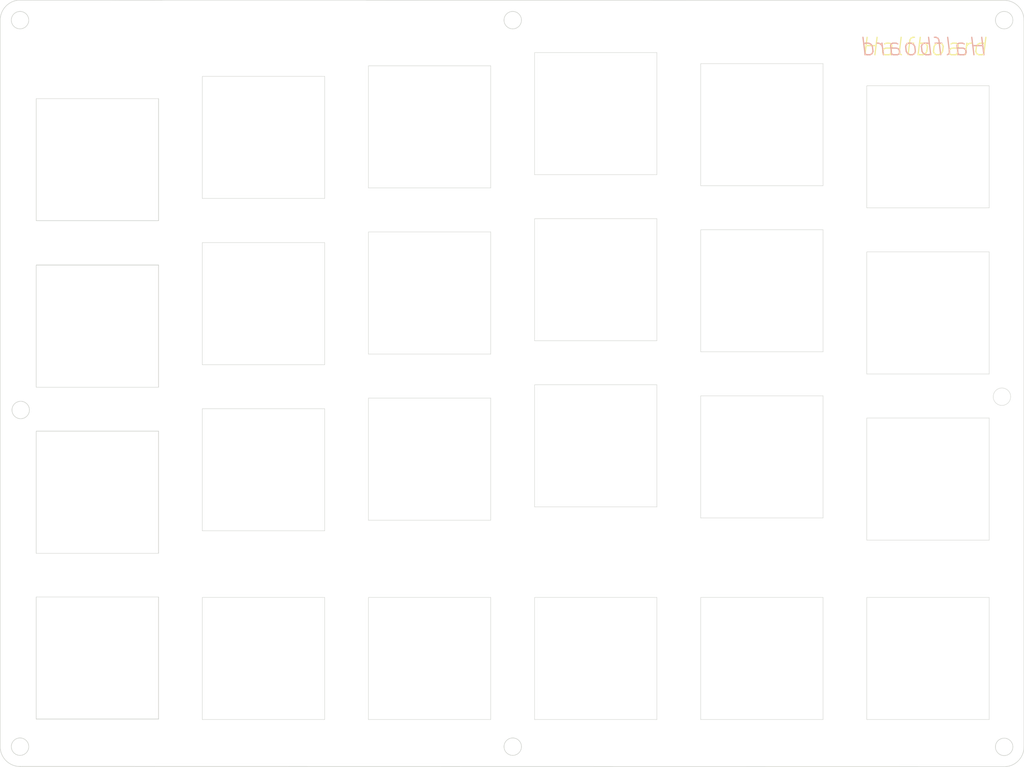
<source format=kicad_pcb>
(kicad_pcb (version 20171130) (host pcbnew 5.1.9)

  (general
    (thickness 1.6)
    (drawings 142)
    (tracks 0)
    (zones 0)
    (modules 24)
    (nets 1)
  )

  (page A4)
  (layers
    (0 F.Cu signal)
    (31 B.Cu signal)
    (32 B.Adhes user)
    (33 F.Adhes user)
    (34 B.Paste user)
    (35 F.Paste user)
    (36 B.SilkS user)
    (37 F.SilkS user)
    (38 B.Mask user)
    (39 F.Mask user)
    (40 Dwgs.User user)
    (41 Cmts.User user)
    (42 Eco1.User user)
    (43 Eco2.User user)
    (44 Edge.Cuts user)
    (45 Margin user)
    (46 B.CrtYd user)
    (47 F.CrtYd user)
    (48 B.Fab user)
    (49 F.Fab user)
  )

  (setup
    (last_trace_width 0.25)
    (trace_clearance 0.2)
    (zone_clearance 0.508)
    (zone_45_only no)
    (trace_min 0.2)
    (via_size 0.8)
    (via_drill 0.4)
    (via_min_size 0.4)
    (via_min_drill 0.3)
    (uvia_size 0.3)
    (uvia_drill 0.1)
    (uvias_allowed no)
    (uvia_min_size 0.2)
    (uvia_min_drill 0.1)
    (edge_width 0.05)
    (segment_width 0.2)
    (pcb_text_width 0.3)
    (pcb_text_size 1.5 1.5)
    (mod_edge_width 0.12)
    (mod_text_size 1 1)
    (mod_text_width 0.15)
    (pad_size 1.6 1.6)
    (pad_drill 1)
    (pad_to_mask_clearance 0)
    (aux_axis_origin 0 0)
    (visible_elements FFFFE7FF)
    (pcbplotparams
      (layerselection 0x3ffff_ffffffff)
      (usegerberextensions false)
      (usegerberattributes false)
      (usegerberadvancedattributes true)
      (creategerberjobfile true)
      (excludeedgelayer true)
      (linewidth 0.100000)
      (plotframeref false)
      (viasonmask false)
      (mode 1)
      (useauxorigin false)
      (hpglpennumber 1)
      (hpglpenspeed 20)
      (hpglpendiameter 15.000000)
      (psnegative false)
      (psa4output false)
      (plotreference true)
      (plotvalue true)
      (plotinvisibletext false)
      (padsonsilk false)
      (subtractmaskfromsilk false)
      (outputformat 1)
      (mirror false)
      (drillshape 0)
      (scaleselection 1)
      (outputdirectory "gbr/"))
  )

  (net 0 "")

  (net_class Default "This is the default net class."
    (clearance 0.2)
    (trace_width 0.25)
    (via_dia 0.8)
    (via_drill 0.4)
    (uvia_dia 0.3)
    (uvia_drill 0.1)
  )

  (module halfboard:MX-ALPs-PG1350-LED-FLIP-PLATE (layer F.Cu) (tedit 60077CF5) (tstamp 60078B26)
    (at 69.8068 70.866 180)
    (fp_text reference " " (at 0 -8.255) (layer F.SilkS)
      (effects (font (size 1 1) (thickness 0.15)))
    )
    (fp_text value " " (at 0 8.255) (layer F.Fab) hide
      (effects (font (size 1 1) (thickness 0.15)))
    )
    (fp_line (start -6.985 -6.985) (end 6.985 -6.985) (layer Eco2.User) (width 0.1524))
    (fp_line (start 6.985 -6.985) (end 6.985 -6.00456) (layer Eco2.User) (width 0.1524))
    (fp_line (start 6.985 -6.00456) (end 7.7978 -6.00456) (layer Eco2.User) (width 0.1524))
    (fp_line (start 7.7978 -6.00456) (end 7.7978 -2.50444) (layer Eco2.User) (width 0.1524))
    (fp_line (start 7.7978 -2.50444) (end 6.985 -2.50444) (layer Eco2.User) (width 0.1524))
    (fp_line (start 6.985 -2.50444) (end 6.985 2.50444) (layer Eco2.User) (width 0.1524))
    (fp_line (start 6.985 2.50444) (end 7.7978 2.50444) (layer Eco2.User) (width 0.1524))
    (fp_line (start 7.7978 2.50444) (end 7.7978 6.00456) (layer Eco2.User) (width 0.1524))
    (fp_line (start 7.7978 6.00456) (end 6.985 6.00456) (layer Eco2.User) (width 0.1524))
    (fp_line (start 6.985 6.00456) (end 6.985 6.985) (layer Eco2.User) (width 0.1524))
    (fp_line (start 6.985 6.985) (end -6.985 6.985) (layer Eco2.User) (width 0.1524))
    (fp_line (start -6.985 6.985) (end -6.985 6.00456) (layer Eco2.User) (width 0.1524))
    (fp_line (start -6.985 6.00456) (end -7.7978 6.00456) (layer Eco2.User) (width 0.1524))
    (fp_line (start -7.7978 6.00456) (end -7.7978 2.50444) (layer Eco2.User) (width 0.1524))
    (fp_line (start -7.7978 2.50444) (end -6.985 2.50444) (layer Eco2.User) (width 0.1524))
    (fp_line (start -6.985 2.50444) (end -6.985 -2.50444) (layer Eco2.User) (width 0.1524))
    (fp_line (start -6.985 -2.50444) (end -7.7978 -2.50444) (layer Eco2.User) (width 0.1524))
    (fp_line (start -7.7978 -2.50444) (end -7.7978 -6.00456) (layer Eco2.User) (width 0.1524))
    (fp_line (start -7.7978 -6.00456) (end -6.985 -6.00456) (layer Eco2.User) (width 0.1524))
    (fp_line (start -6.985 -6.00456) (end -6.985 -6.985) (layer Eco2.User) (width 0.1524))
    (fp_text user %V (at 0 8.255) (layer B.Fab)
      (effects (font (size 1 1) (thickness 0.15)) (justify mirror))
    )
    (fp_text user %R (at 0 -8.255 180) (layer B.SilkS)
      (effects (font (size 1 1) (thickness 0.15)) (justify mirror))
    )
  )

  (module halfboard:MX-ALPs-PG1350-LED-FLIP-PLATE (layer F.Cu) (tedit 60077CF5) (tstamp 60078A9E)
    (at 107.905103 67.08173 180)
    (fp_text reference " " (at 0 -7.14375 180) (layer Dwgs.User) hide
      (effects (font (size 1.27 1.524) (thickness 0.2032)))
    )
    (fp_text value " " (at 0 -5.08 180) (layer F.SilkS) hide
      (effects (font (size 1.27 1.524) (thickness 0.2032)))
    )
    (fp_line (start -6.985 -6.985) (end 6.985 -6.985) (layer Eco2.User) (width 0.1524))
    (fp_line (start 6.985 -6.985) (end 6.985 -6.00456) (layer Eco2.User) (width 0.1524))
    (fp_line (start 6.985 -6.00456) (end 7.7978 -6.00456) (layer Eco2.User) (width 0.1524))
    (fp_line (start 7.7978 -6.00456) (end 7.7978 -2.50444) (layer Eco2.User) (width 0.1524))
    (fp_line (start 7.7978 -2.50444) (end 6.985 -2.50444) (layer Eco2.User) (width 0.1524))
    (fp_line (start 6.985 -2.50444) (end 6.985 2.50444) (layer Eco2.User) (width 0.1524))
    (fp_line (start 6.985 2.50444) (end 7.7978 2.50444) (layer Eco2.User) (width 0.1524))
    (fp_line (start 7.7978 2.50444) (end 7.7978 6.00456) (layer Eco2.User) (width 0.1524))
    (fp_line (start 7.7978 6.00456) (end 6.985 6.00456) (layer Eco2.User) (width 0.1524))
    (fp_line (start 6.985 6.00456) (end 6.985 6.985) (layer Eco2.User) (width 0.1524))
    (fp_line (start 6.985 6.985) (end -6.985 6.985) (layer Eco2.User) (width 0.1524))
    (fp_line (start -6.985 6.985) (end -6.985 6.00456) (layer Eco2.User) (width 0.1524))
    (fp_line (start -6.985 6.00456) (end -7.7978 6.00456) (layer Eco2.User) (width 0.1524))
    (fp_line (start -7.7978 6.00456) (end -7.7978 2.50444) (layer Eco2.User) (width 0.1524))
    (fp_line (start -7.7978 2.50444) (end -6.985 2.50444) (layer Eco2.User) (width 0.1524))
    (fp_line (start -6.985 2.50444) (end -6.985 -2.50444) (layer Eco2.User) (width 0.1524))
    (fp_line (start -6.985 -2.50444) (end -7.7978 -2.50444) (layer Eco2.User) (width 0.1524))
    (fp_line (start -7.7978 -2.50444) (end -7.7978 -6.00456) (layer Eco2.User) (width 0.1524))
    (fp_line (start -7.7978 -6.00456) (end -6.985 -6.00456) (layer Eco2.User) (width 0.1524))
    (fp_line (start -6.985 -6.00456) (end -6.985 -6.985) (layer Eco2.User) (width 0.1524))
    (fp_text user %V (at 0 8.255) (layer B.Fab)
      (effects (font (size 1 1) (thickness 0.15)) (justify mirror))
    )
    (fp_text user %R (at 0 -8.255) (layer B.SilkS)
      (effects (font (size 1 1) (thickness 0.15)) (justify mirror))
    )
  )

  (module halfboard:MX-ALPs-PG1350-LED-FLIP-PLATE (layer F.Cu) (tedit 60077CF5) (tstamp 60078A66)
    (at 126.955103 65.56173 180)
    (fp_text reference " " (at 0 -7.14375 180) (layer Dwgs.User) hide
      (effects (font (size 1.27 1.524) (thickness 0.2032)))
    )
    (fp_text value " " (at 0 -5.08 180) (layer F.SilkS) hide
      (effects (font (size 1.27 1.524) (thickness 0.2032)))
    )
    (fp_line (start -6.985 -6.985) (end 6.985 -6.985) (layer Eco2.User) (width 0.1524))
    (fp_line (start 6.985 -6.985) (end 6.985 -6.00456) (layer Eco2.User) (width 0.1524))
    (fp_line (start 6.985 -6.00456) (end 7.7978 -6.00456) (layer Eco2.User) (width 0.1524))
    (fp_line (start 7.7978 -6.00456) (end 7.7978 -2.50444) (layer Eco2.User) (width 0.1524))
    (fp_line (start 7.7978 -2.50444) (end 6.985 -2.50444) (layer Eco2.User) (width 0.1524))
    (fp_line (start 6.985 -2.50444) (end 6.985 2.50444) (layer Eco2.User) (width 0.1524))
    (fp_line (start 6.985 2.50444) (end 7.7978 2.50444) (layer Eco2.User) (width 0.1524))
    (fp_line (start 7.7978 2.50444) (end 7.7978 6.00456) (layer Eco2.User) (width 0.1524))
    (fp_line (start 7.7978 6.00456) (end 6.985 6.00456) (layer Eco2.User) (width 0.1524))
    (fp_line (start 6.985 6.00456) (end 6.985 6.985) (layer Eco2.User) (width 0.1524))
    (fp_line (start 6.985 6.985) (end -6.985 6.985) (layer Eco2.User) (width 0.1524))
    (fp_line (start -6.985 6.985) (end -6.985 6.00456) (layer Eco2.User) (width 0.1524))
    (fp_line (start -6.985 6.00456) (end -7.7978 6.00456) (layer Eco2.User) (width 0.1524))
    (fp_line (start -7.7978 6.00456) (end -7.7978 2.50444) (layer Eco2.User) (width 0.1524))
    (fp_line (start -7.7978 2.50444) (end -6.985 2.50444) (layer Eco2.User) (width 0.1524))
    (fp_line (start -6.985 2.50444) (end -6.985 -2.50444) (layer Eco2.User) (width 0.1524))
    (fp_line (start -6.985 -2.50444) (end -7.7978 -2.50444) (layer Eco2.User) (width 0.1524))
    (fp_line (start -7.7978 -2.50444) (end -7.7978 -6.00456) (layer Eco2.User) (width 0.1524))
    (fp_line (start -7.7978 -6.00456) (end -6.985 -6.00456) (layer Eco2.User) (width 0.1524))
    (fp_line (start -6.985 -6.00456) (end -6.985 -6.985) (layer Eco2.User) (width 0.1524))
    (fp_text user %V (at 0 8.255) (layer B.Fab)
      (effects (font (size 1 1) (thickness 0.15)) (justify mirror))
    )
    (fp_text user %R (at 0 -8.255) (layer B.SilkS)
      (effects (font (size 1 1) (thickness 0.15)) (justify mirror))
    )
  )

  (module halfboard:MX-ALPs-PG1350-LED-FLIP-PLATE (layer F.Cu) (tedit 60077CF5) (tstamp 60078A31)
    (at 88.852031 87.363829 180)
    (fp_text reference " " (at 0 -7.14375 180) (layer Dwgs.User) hide
      (effects (font (size 1.27 1.524) (thickness 0.2032)))
    )
    (fp_text value " " (at 0 -5.08 180) (layer F.SilkS) hide
      (effects (font (size 1.27 1.524) (thickness 0.2032)))
    )
    (fp_line (start -6.985 -6.985) (end 6.985 -6.985) (layer Eco2.User) (width 0.1524))
    (fp_line (start 6.985 -6.985) (end 6.985 -6.00456) (layer Eco2.User) (width 0.1524))
    (fp_line (start 6.985 -6.00456) (end 7.7978 -6.00456) (layer Eco2.User) (width 0.1524))
    (fp_line (start 7.7978 -6.00456) (end 7.7978 -2.50444) (layer Eco2.User) (width 0.1524))
    (fp_line (start 7.7978 -2.50444) (end 6.985 -2.50444) (layer Eco2.User) (width 0.1524))
    (fp_line (start 6.985 -2.50444) (end 6.985 2.50444) (layer Eco2.User) (width 0.1524))
    (fp_line (start 6.985 2.50444) (end 7.7978 2.50444) (layer Eco2.User) (width 0.1524))
    (fp_line (start 7.7978 2.50444) (end 7.7978 6.00456) (layer Eco2.User) (width 0.1524))
    (fp_line (start 7.7978 6.00456) (end 6.985 6.00456) (layer Eco2.User) (width 0.1524))
    (fp_line (start 6.985 6.00456) (end 6.985 6.985) (layer Eco2.User) (width 0.1524))
    (fp_line (start 6.985 6.985) (end -6.985 6.985) (layer Eco2.User) (width 0.1524))
    (fp_line (start -6.985 6.985) (end -6.985 6.00456) (layer Eco2.User) (width 0.1524))
    (fp_line (start -6.985 6.00456) (end -7.7978 6.00456) (layer Eco2.User) (width 0.1524))
    (fp_line (start -7.7978 6.00456) (end -7.7978 2.50444) (layer Eco2.User) (width 0.1524))
    (fp_line (start -7.7978 2.50444) (end -6.985 2.50444) (layer Eco2.User) (width 0.1524))
    (fp_line (start -6.985 2.50444) (end -6.985 -2.50444) (layer Eco2.User) (width 0.1524))
    (fp_line (start -6.985 -2.50444) (end -7.7978 -2.50444) (layer Eco2.User) (width 0.1524))
    (fp_line (start -7.7978 -2.50444) (end -7.7978 -6.00456) (layer Eco2.User) (width 0.1524))
    (fp_line (start -7.7978 -6.00456) (end -6.985 -6.00456) (layer Eco2.User) (width 0.1524))
    (fp_line (start -6.985 -6.00456) (end -6.985 -6.985) (layer Eco2.User) (width 0.1524))
    (fp_text user %V (at 0 8.255) (layer B.Fab)
      (effects (font (size 1 1) (thickness 0.15)) (justify mirror))
    )
    (fp_text user %R (at 0 -8.255) (layer B.SilkS)
      (effects (font (size 1 1) (thickness 0.15)) (justify mirror))
    )
  )

  (module halfboard:MX-ALPs-PG1350-LED-FLIP-PLATE (layer F.Cu) (tedit 60077CF5) (tstamp 600789D0)
    (at 88.852031 68.31573 180)
    (fp_text reference " " (at 0 -7.14375 180) (layer Dwgs.User) hide
      (effects (font (size 1.27 1.524) (thickness 0.2032)))
    )
    (fp_text value " " (at 0 -5.08 180) (layer F.SilkS) hide
      (effects (font (size 1.27 1.524) (thickness 0.2032)))
    )
    (fp_line (start -6.985 -6.985) (end 6.985 -6.985) (layer Eco2.User) (width 0.1524))
    (fp_line (start 6.985 -6.985) (end 6.985 -6.00456) (layer Eco2.User) (width 0.1524))
    (fp_line (start 6.985 -6.00456) (end 7.7978 -6.00456) (layer Eco2.User) (width 0.1524))
    (fp_line (start 7.7978 -6.00456) (end 7.7978 -2.50444) (layer Eco2.User) (width 0.1524))
    (fp_line (start 7.7978 -2.50444) (end 6.985 -2.50444) (layer Eco2.User) (width 0.1524))
    (fp_line (start 6.985 -2.50444) (end 6.985 2.50444) (layer Eco2.User) (width 0.1524))
    (fp_line (start 6.985 2.50444) (end 7.7978 2.50444) (layer Eco2.User) (width 0.1524))
    (fp_line (start 7.7978 2.50444) (end 7.7978 6.00456) (layer Eco2.User) (width 0.1524))
    (fp_line (start 7.7978 6.00456) (end 6.985 6.00456) (layer Eco2.User) (width 0.1524))
    (fp_line (start 6.985 6.00456) (end 6.985 6.985) (layer Eco2.User) (width 0.1524))
    (fp_line (start 6.985 6.985) (end -6.985 6.985) (layer Eco2.User) (width 0.1524))
    (fp_line (start -6.985 6.985) (end -6.985 6.00456) (layer Eco2.User) (width 0.1524))
    (fp_line (start -6.985 6.00456) (end -7.7978 6.00456) (layer Eco2.User) (width 0.1524))
    (fp_line (start -7.7978 6.00456) (end -7.7978 2.50444) (layer Eco2.User) (width 0.1524))
    (fp_line (start -7.7978 2.50444) (end -6.985 2.50444) (layer Eco2.User) (width 0.1524))
    (fp_line (start -6.985 2.50444) (end -6.985 -2.50444) (layer Eco2.User) (width 0.1524))
    (fp_line (start -6.985 -2.50444) (end -7.7978 -2.50444) (layer Eco2.User) (width 0.1524))
    (fp_line (start -7.7978 -2.50444) (end -7.7978 -6.00456) (layer Eco2.User) (width 0.1524))
    (fp_line (start -7.7978 -6.00456) (end -6.985 -6.00456) (layer Eco2.User) (width 0.1524))
    (fp_line (start -6.985 -6.00456) (end -6.985 -6.985) (layer Eco2.User) (width 0.1524))
    (fp_text user %V (at 0 8.255) (layer B.Fab)
      (effects (font (size 1 1) (thickness 0.15)) (justify mirror))
    )
    (fp_text user %R (at 0 -8.255) (layer B.SilkS)
      (effects (font (size 1 1) (thickness 0.15)) (justify mirror))
    )
  )

  (module halfboard:MX-ALPs-PG1350-LED-FLIP-PLATE (layer F.Cu) (tedit 60077CF5) (tstamp 6007896C)
    (at 146.005103 128.04573 180)
    (fp_text reference " " (at 0 -7.14375 180) (layer Dwgs.User) hide
      (effects (font (size 1.27 1.524) (thickness 0.2032)))
    )
    (fp_text value " " (at 0 -5.08 180) (layer F.SilkS) hide
      (effects (font (size 1.27 1.524) (thickness 0.2032)))
    )
    (fp_line (start -6.985 -6.985) (end 6.985 -6.985) (layer Eco2.User) (width 0.1524))
    (fp_line (start 6.985 -6.985) (end 6.985 -6.00456) (layer Eco2.User) (width 0.1524))
    (fp_line (start 6.985 -6.00456) (end 7.7978 -6.00456) (layer Eco2.User) (width 0.1524))
    (fp_line (start 7.7978 -6.00456) (end 7.7978 -2.50444) (layer Eco2.User) (width 0.1524))
    (fp_line (start 7.7978 -2.50444) (end 6.985 -2.50444) (layer Eco2.User) (width 0.1524))
    (fp_line (start 6.985 -2.50444) (end 6.985 2.50444) (layer Eco2.User) (width 0.1524))
    (fp_line (start 6.985 2.50444) (end 7.7978 2.50444) (layer Eco2.User) (width 0.1524))
    (fp_line (start 7.7978 2.50444) (end 7.7978 6.00456) (layer Eco2.User) (width 0.1524))
    (fp_line (start 7.7978 6.00456) (end 6.985 6.00456) (layer Eco2.User) (width 0.1524))
    (fp_line (start 6.985 6.00456) (end 6.985 6.985) (layer Eco2.User) (width 0.1524))
    (fp_line (start 6.985 6.985) (end -6.985 6.985) (layer Eco2.User) (width 0.1524))
    (fp_line (start -6.985 6.985) (end -6.985 6.00456) (layer Eco2.User) (width 0.1524))
    (fp_line (start -6.985 6.00456) (end -7.7978 6.00456) (layer Eco2.User) (width 0.1524))
    (fp_line (start -7.7978 6.00456) (end -7.7978 2.50444) (layer Eco2.User) (width 0.1524))
    (fp_line (start -7.7978 2.50444) (end -6.985 2.50444) (layer Eco2.User) (width 0.1524))
    (fp_line (start -6.985 2.50444) (end -6.985 -2.50444) (layer Eco2.User) (width 0.1524))
    (fp_line (start -6.985 -2.50444) (end -7.7978 -2.50444) (layer Eco2.User) (width 0.1524))
    (fp_line (start -7.7978 -2.50444) (end -7.7978 -6.00456) (layer Eco2.User) (width 0.1524))
    (fp_line (start -7.7978 -6.00456) (end -6.985 -6.00456) (layer Eco2.User) (width 0.1524))
    (fp_line (start -6.985 -6.00456) (end -6.985 -6.985) (layer Eco2.User) (width 0.1524))
    (fp_text user %V (at 0 8.255) (layer B.Fab)
      (effects (font (size 1 1) (thickness 0.15)) (justify mirror))
    )
    (fp_text user %R (at 0 -8.255) (layer B.SilkS)
      (effects (font (size 1 1) (thickness 0.15)) (justify mirror))
    )
  )

  (module halfboard:MX-ALPs-PG1350-LED-FLIP-PLATE (layer F.Cu) (tedit 60077CF5) (tstamp 60078910)
    (at 165.055103 88.42173 180)
    (fp_text reference " " (at 0 -7.14375 180) (layer Dwgs.User) hide
      (effects (font (size 1.27 1.524) (thickness 0.2032)))
    )
    (fp_text value " " (at 0 -5.08 180) (layer F.SilkS) hide
      (effects (font (size 1.27 1.524) (thickness 0.2032)))
    )
    (fp_line (start -6.985 -6.985) (end 6.985 -6.985) (layer Eco2.User) (width 0.1524))
    (fp_line (start 6.985 -6.985) (end 6.985 -6.00456) (layer Eco2.User) (width 0.1524))
    (fp_line (start 6.985 -6.00456) (end 7.7978 -6.00456) (layer Eco2.User) (width 0.1524))
    (fp_line (start 7.7978 -6.00456) (end 7.7978 -2.50444) (layer Eco2.User) (width 0.1524))
    (fp_line (start 7.7978 -2.50444) (end 6.985 -2.50444) (layer Eco2.User) (width 0.1524))
    (fp_line (start 6.985 -2.50444) (end 6.985 2.50444) (layer Eco2.User) (width 0.1524))
    (fp_line (start 6.985 2.50444) (end 7.7978 2.50444) (layer Eco2.User) (width 0.1524))
    (fp_line (start 7.7978 2.50444) (end 7.7978 6.00456) (layer Eco2.User) (width 0.1524))
    (fp_line (start 7.7978 6.00456) (end 6.985 6.00456) (layer Eco2.User) (width 0.1524))
    (fp_line (start 6.985 6.00456) (end 6.985 6.985) (layer Eco2.User) (width 0.1524))
    (fp_line (start 6.985 6.985) (end -6.985 6.985) (layer Eco2.User) (width 0.1524))
    (fp_line (start -6.985 6.985) (end -6.985 6.00456) (layer Eco2.User) (width 0.1524))
    (fp_line (start -6.985 6.00456) (end -7.7978 6.00456) (layer Eco2.User) (width 0.1524))
    (fp_line (start -7.7978 6.00456) (end -7.7978 2.50444) (layer Eco2.User) (width 0.1524))
    (fp_line (start -7.7978 2.50444) (end -6.985 2.50444) (layer Eco2.User) (width 0.1524))
    (fp_line (start -6.985 2.50444) (end -6.985 -2.50444) (layer Eco2.User) (width 0.1524))
    (fp_line (start -6.985 -2.50444) (end -7.7978 -2.50444) (layer Eco2.User) (width 0.1524))
    (fp_line (start -7.7978 -2.50444) (end -7.7978 -6.00456) (layer Eco2.User) (width 0.1524))
    (fp_line (start -7.7978 -6.00456) (end -6.985 -6.00456) (layer Eco2.User) (width 0.1524))
    (fp_line (start -6.985 -6.00456) (end -6.985 -6.985) (layer Eco2.User) (width 0.1524))
    (fp_text user %V (at 0 8.255) (layer B.Fab)
      (effects (font (size 1 1) (thickness 0.15)) (justify mirror))
    )
    (fp_text user %R (at 0 -8.255) (layer B.SilkS)
      (effects (font (size 1 1) (thickness 0.15)) (justify mirror))
    )
  )

  (module halfboard:MX-ALPs-PG1350-LED-FLIP-PLATE (layer F.Cu) (tedit 60077CF5) (tstamp 600788DB)
    (at 146.005103 85.88173 180)
    (fp_text reference " " (at 0 -7.14375 180) (layer Dwgs.User) hide
      (effects (font (size 1.27 1.524) (thickness 0.2032)))
    )
    (fp_text value " " (at 0 -5.08 180) (layer F.SilkS) hide
      (effects (font (size 1.27 1.524) (thickness 0.2032)))
    )
    (fp_line (start -6.985 -6.985) (end 6.985 -6.985) (layer Eco2.User) (width 0.1524))
    (fp_line (start 6.985 -6.985) (end 6.985 -6.00456) (layer Eco2.User) (width 0.1524))
    (fp_line (start 6.985 -6.00456) (end 7.7978 -6.00456) (layer Eco2.User) (width 0.1524))
    (fp_line (start 7.7978 -6.00456) (end 7.7978 -2.50444) (layer Eco2.User) (width 0.1524))
    (fp_line (start 7.7978 -2.50444) (end 6.985 -2.50444) (layer Eco2.User) (width 0.1524))
    (fp_line (start 6.985 -2.50444) (end 6.985 2.50444) (layer Eco2.User) (width 0.1524))
    (fp_line (start 6.985 2.50444) (end 7.7978 2.50444) (layer Eco2.User) (width 0.1524))
    (fp_line (start 7.7978 2.50444) (end 7.7978 6.00456) (layer Eco2.User) (width 0.1524))
    (fp_line (start 7.7978 6.00456) (end 6.985 6.00456) (layer Eco2.User) (width 0.1524))
    (fp_line (start 6.985 6.00456) (end 6.985 6.985) (layer Eco2.User) (width 0.1524))
    (fp_line (start 6.985 6.985) (end -6.985 6.985) (layer Eco2.User) (width 0.1524))
    (fp_line (start -6.985 6.985) (end -6.985 6.00456) (layer Eco2.User) (width 0.1524))
    (fp_line (start -6.985 6.00456) (end -7.7978 6.00456) (layer Eco2.User) (width 0.1524))
    (fp_line (start -7.7978 6.00456) (end -7.7978 2.50444) (layer Eco2.User) (width 0.1524))
    (fp_line (start -7.7978 2.50444) (end -6.985 2.50444) (layer Eco2.User) (width 0.1524))
    (fp_line (start -6.985 2.50444) (end -6.985 -2.50444) (layer Eco2.User) (width 0.1524))
    (fp_line (start -6.985 -2.50444) (end -7.7978 -2.50444) (layer Eco2.User) (width 0.1524))
    (fp_line (start -7.7978 -2.50444) (end -7.7978 -6.00456) (layer Eco2.User) (width 0.1524))
    (fp_line (start -7.7978 -6.00456) (end -6.985 -6.00456) (layer Eco2.User) (width 0.1524))
    (fp_line (start -6.985 -6.00456) (end -6.985 -6.985) (layer Eco2.User) (width 0.1524))
    (fp_text user %V (at 0 8.255) (layer B.Fab)
      (effects (font (size 1 1) (thickness 0.15)) (justify mirror))
    )
    (fp_text user %R (at 0 -8.255) (layer B.SilkS)
      (effects (font (size 1 1) (thickness 0.15)) (justify mirror))
    )
  )

  (module halfboard:MX-ALPs-PG1350-LED-FLIP-PLATE (layer F.Cu) (tedit 60077CF5) (tstamp 600788A6)
    (at 146.005103 104.93173 180)
    (fp_text reference " " (at 0 -7.14375 180) (layer Dwgs.User) hide
      (effects (font (size 1.27 1.524) (thickness 0.2032)))
    )
    (fp_text value " " (at 0 -5.08 180) (layer F.SilkS) hide
      (effects (font (size 1.27 1.524) (thickness 0.2032)))
    )
    (fp_line (start -6.985 -6.985) (end 6.985 -6.985) (layer Eco2.User) (width 0.1524))
    (fp_line (start 6.985 -6.985) (end 6.985 -6.00456) (layer Eco2.User) (width 0.1524))
    (fp_line (start 6.985 -6.00456) (end 7.7978 -6.00456) (layer Eco2.User) (width 0.1524))
    (fp_line (start 7.7978 -6.00456) (end 7.7978 -2.50444) (layer Eco2.User) (width 0.1524))
    (fp_line (start 7.7978 -2.50444) (end 6.985 -2.50444) (layer Eco2.User) (width 0.1524))
    (fp_line (start 6.985 -2.50444) (end 6.985 2.50444) (layer Eco2.User) (width 0.1524))
    (fp_line (start 6.985 2.50444) (end 7.7978 2.50444) (layer Eco2.User) (width 0.1524))
    (fp_line (start 7.7978 2.50444) (end 7.7978 6.00456) (layer Eco2.User) (width 0.1524))
    (fp_line (start 7.7978 6.00456) (end 6.985 6.00456) (layer Eco2.User) (width 0.1524))
    (fp_line (start 6.985 6.00456) (end 6.985 6.985) (layer Eco2.User) (width 0.1524))
    (fp_line (start 6.985 6.985) (end -6.985 6.985) (layer Eco2.User) (width 0.1524))
    (fp_line (start -6.985 6.985) (end -6.985 6.00456) (layer Eco2.User) (width 0.1524))
    (fp_line (start -6.985 6.00456) (end -7.7978 6.00456) (layer Eco2.User) (width 0.1524))
    (fp_line (start -7.7978 6.00456) (end -7.7978 2.50444) (layer Eco2.User) (width 0.1524))
    (fp_line (start -7.7978 2.50444) (end -6.985 2.50444) (layer Eco2.User) (width 0.1524))
    (fp_line (start -6.985 2.50444) (end -6.985 -2.50444) (layer Eco2.User) (width 0.1524))
    (fp_line (start -6.985 -2.50444) (end -7.7978 -2.50444) (layer Eco2.User) (width 0.1524))
    (fp_line (start -7.7978 -2.50444) (end -7.7978 -6.00456) (layer Eco2.User) (width 0.1524))
    (fp_line (start -7.7978 -6.00456) (end -6.985 -6.00456) (layer Eco2.User) (width 0.1524))
    (fp_line (start -6.985 -6.00456) (end -6.985 -6.985) (layer Eco2.User) (width 0.1524))
    (fp_text user %V (at 0 8.255) (layer B.Fab)
      (effects (font (size 1 1) (thickness 0.15)) (justify mirror))
    )
    (fp_text user %R (at 0 -8.255) (layer B.SilkS)
      (effects (font (size 1 1) (thickness 0.15)) (justify mirror))
    )
  )

  (module halfboard:MX-ALPs-PG1350-LED-FLIP-PLATE (layer F.Cu) (tedit 60077CF5) (tstamp 60078871)
    (at 107.905103 128.04573 180)
    (fp_text reference " " (at 0 -7.14375 180) (layer Dwgs.User) hide
      (effects (font (size 1.27 1.524) (thickness 0.2032)))
    )
    (fp_text value " " (at 0 -5.08 180) (layer F.SilkS) hide
      (effects (font (size 1.27 1.524) (thickness 0.2032)))
    )
    (fp_line (start -6.985 -6.985) (end 6.985 -6.985) (layer Eco2.User) (width 0.1524))
    (fp_line (start 6.985 -6.985) (end 6.985 -6.00456) (layer Eco2.User) (width 0.1524))
    (fp_line (start 6.985 -6.00456) (end 7.7978 -6.00456) (layer Eco2.User) (width 0.1524))
    (fp_line (start 7.7978 -6.00456) (end 7.7978 -2.50444) (layer Eco2.User) (width 0.1524))
    (fp_line (start 7.7978 -2.50444) (end 6.985 -2.50444) (layer Eco2.User) (width 0.1524))
    (fp_line (start 6.985 -2.50444) (end 6.985 2.50444) (layer Eco2.User) (width 0.1524))
    (fp_line (start 6.985 2.50444) (end 7.7978 2.50444) (layer Eco2.User) (width 0.1524))
    (fp_line (start 7.7978 2.50444) (end 7.7978 6.00456) (layer Eco2.User) (width 0.1524))
    (fp_line (start 7.7978 6.00456) (end 6.985 6.00456) (layer Eco2.User) (width 0.1524))
    (fp_line (start 6.985 6.00456) (end 6.985 6.985) (layer Eco2.User) (width 0.1524))
    (fp_line (start 6.985 6.985) (end -6.985 6.985) (layer Eco2.User) (width 0.1524))
    (fp_line (start -6.985 6.985) (end -6.985 6.00456) (layer Eco2.User) (width 0.1524))
    (fp_line (start -6.985 6.00456) (end -7.7978 6.00456) (layer Eco2.User) (width 0.1524))
    (fp_line (start -7.7978 6.00456) (end -7.7978 2.50444) (layer Eco2.User) (width 0.1524))
    (fp_line (start -7.7978 2.50444) (end -6.985 2.50444) (layer Eco2.User) (width 0.1524))
    (fp_line (start -6.985 2.50444) (end -6.985 -2.50444) (layer Eco2.User) (width 0.1524))
    (fp_line (start -6.985 -2.50444) (end -7.7978 -2.50444) (layer Eco2.User) (width 0.1524))
    (fp_line (start -7.7978 -2.50444) (end -7.7978 -6.00456) (layer Eco2.User) (width 0.1524))
    (fp_line (start -7.7978 -6.00456) (end -6.985 -6.00456) (layer Eco2.User) (width 0.1524))
    (fp_line (start -6.985 -6.00456) (end -6.985 -6.985) (layer Eco2.User) (width 0.1524))
    (fp_text user %V (at 0 8.255) (layer B.Fab)
      (effects (font (size 1 1) (thickness 0.15)) (justify mirror))
    )
    (fp_text user %R (at 0 -8.255) (layer B.SilkS)
      (effects (font (size 1 1) (thickness 0.15)) (justify mirror))
    )
  )

  (module halfboard:MX-ALPs-PG1350-LED-FLIP-PLATE (layer F.Cu) (tedit 60077CF5) (tstamp 6007883C)
    (at 126.955103 128.04573 180)
    (fp_text reference " " (at 0 -7.14375 180) (layer Dwgs.User) hide
      (effects (font (size 1.27 1.524) (thickness 0.2032)))
    )
    (fp_text value " " (at 0 -5.08 180) (layer F.SilkS) hide
      (effects (font (size 1.27 1.524) (thickness 0.2032)))
    )
    (fp_line (start -6.985 -6.985) (end 6.985 -6.985) (layer Eco2.User) (width 0.1524))
    (fp_line (start 6.985 -6.985) (end 6.985 -6.00456) (layer Eco2.User) (width 0.1524))
    (fp_line (start 6.985 -6.00456) (end 7.7978 -6.00456) (layer Eco2.User) (width 0.1524))
    (fp_line (start 7.7978 -6.00456) (end 7.7978 -2.50444) (layer Eco2.User) (width 0.1524))
    (fp_line (start 7.7978 -2.50444) (end 6.985 -2.50444) (layer Eco2.User) (width 0.1524))
    (fp_line (start 6.985 -2.50444) (end 6.985 2.50444) (layer Eco2.User) (width 0.1524))
    (fp_line (start 6.985 2.50444) (end 7.7978 2.50444) (layer Eco2.User) (width 0.1524))
    (fp_line (start 7.7978 2.50444) (end 7.7978 6.00456) (layer Eco2.User) (width 0.1524))
    (fp_line (start 7.7978 6.00456) (end 6.985 6.00456) (layer Eco2.User) (width 0.1524))
    (fp_line (start 6.985 6.00456) (end 6.985 6.985) (layer Eco2.User) (width 0.1524))
    (fp_line (start 6.985 6.985) (end -6.985 6.985) (layer Eco2.User) (width 0.1524))
    (fp_line (start -6.985 6.985) (end -6.985 6.00456) (layer Eco2.User) (width 0.1524))
    (fp_line (start -6.985 6.00456) (end -7.7978 6.00456) (layer Eco2.User) (width 0.1524))
    (fp_line (start -7.7978 6.00456) (end -7.7978 2.50444) (layer Eco2.User) (width 0.1524))
    (fp_line (start -7.7978 2.50444) (end -6.985 2.50444) (layer Eco2.User) (width 0.1524))
    (fp_line (start -6.985 2.50444) (end -6.985 -2.50444) (layer Eco2.User) (width 0.1524))
    (fp_line (start -6.985 -2.50444) (end -7.7978 -2.50444) (layer Eco2.User) (width 0.1524))
    (fp_line (start -7.7978 -2.50444) (end -7.7978 -6.00456) (layer Eco2.User) (width 0.1524))
    (fp_line (start -7.7978 -6.00456) (end -6.985 -6.00456) (layer Eco2.User) (width 0.1524))
    (fp_line (start -6.985 -6.00456) (end -6.985 -6.985) (layer Eco2.User) (width 0.1524))
    (fp_text user %V (at 0 8.255) (layer B.Fab)
      (effects (font (size 1 1) (thickness 0.15)) (justify mirror))
    )
    (fp_text user %R (at 0 -8.255) (layer B.SilkS)
      (effects (font (size 1 1) (thickness 0.15)) (justify mirror))
    )
  )

  (module halfboard:MX-ALPs-PG1350-LED-FLIP-PLATE (layer F.Cu) (tedit 60077CF5) (tstamp 600787F4)
    (at 165.055103 128.04573 180)
    (fp_text reference " " (at 0 -7.14375 180) (layer Dwgs.User) hide
      (effects (font (size 1.27 1.524) (thickness 0.2032)))
    )
    (fp_text value " " (at 0 -5.08 180) (layer F.SilkS) hide
      (effects (font (size 1.27 1.524) (thickness 0.2032)))
    )
    (fp_line (start -6.985 -6.985) (end 6.985 -6.985) (layer Eco2.User) (width 0.1524))
    (fp_line (start 6.985 -6.985) (end 6.985 -6.00456) (layer Eco2.User) (width 0.1524))
    (fp_line (start 6.985 -6.00456) (end 7.7978 -6.00456) (layer Eco2.User) (width 0.1524))
    (fp_line (start 7.7978 -6.00456) (end 7.7978 -2.50444) (layer Eco2.User) (width 0.1524))
    (fp_line (start 7.7978 -2.50444) (end 6.985 -2.50444) (layer Eco2.User) (width 0.1524))
    (fp_line (start 6.985 -2.50444) (end 6.985 2.50444) (layer Eco2.User) (width 0.1524))
    (fp_line (start 6.985 2.50444) (end 7.7978 2.50444) (layer Eco2.User) (width 0.1524))
    (fp_line (start 7.7978 2.50444) (end 7.7978 6.00456) (layer Eco2.User) (width 0.1524))
    (fp_line (start 7.7978 6.00456) (end 6.985 6.00456) (layer Eco2.User) (width 0.1524))
    (fp_line (start 6.985 6.00456) (end 6.985 6.985) (layer Eco2.User) (width 0.1524))
    (fp_line (start 6.985 6.985) (end -6.985 6.985) (layer Eco2.User) (width 0.1524))
    (fp_line (start -6.985 6.985) (end -6.985 6.00456) (layer Eco2.User) (width 0.1524))
    (fp_line (start -6.985 6.00456) (end -7.7978 6.00456) (layer Eco2.User) (width 0.1524))
    (fp_line (start -7.7978 6.00456) (end -7.7978 2.50444) (layer Eco2.User) (width 0.1524))
    (fp_line (start -7.7978 2.50444) (end -6.985 2.50444) (layer Eco2.User) (width 0.1524))
    (fp_line (start -6.985 2.50444) (end -6.985 -2.50444) (layer Eco2.User) (width 0.1524))
    (fp_line (start -6.985 -2.50444) (end -7.7978 -2.50444) (layer Eco2.User) (width 0.1524))
    (fp_line (start -7.7978 -2.50444) (end -7.7978 -6.00456) (layer Eco2.User) (width 0.1524))
    (fp_line (start -7.7978 -6.00456) (end -6.985 -6.00456) (layer Eco2.User) (width 0.1524))
    (fp_line (start -6.985 -6.00456) (end -6.985 -6.985) (layer Eco2.User) (width 0.1524))
    (fp_text user %V (at 0 8.255) (layer B.Fab)
      (effects (font (size 1 1) (thickness 0.15)) (justify mirror))
    )
    (fp_text user %R (at 0 -8.255) (layer B.SilkS)
      (effects (font (size 1 1) (thickness 0.15)) (justify mirror))
    )
  )

  (module halfboard:MX-ALPs-PG1350-LED-FLIP-PLATE (layer F.Cu) (tedit 60077CF5) (tstamp 600787BD)
    (at 165.055103 107.47173 180)
    (fp_text reference " " (at 0 -7.14375 180) (layer Dwgs.User) hide
      (effects (font (size 1.27 1.524) (thickness 0.2032)))
    )
    (fp_text value " " (at 0 -5.08 180) (layer F.SilkS) hide
      (effects (font (size 1.27 1.524) (thickness 0.2032)))
    )
    (fp_line (start -6.985 -6.985) (end 6.985 -6.985) (layer Eco2.User) (width 0.1524))
    (fp_line (start 6.985 -6.985) (end 6.985 -6.00456) (layer Eco2.User) (width 0.1524))
    (fp_line (start 6.985 -6.00456) (end 7.7978 -6.00456) (layer Eco2.User) (width 0.1524))
    (fp_line (start 7.7978 -6.00456) (end 7.7978 -2.50444) (layer Eco2.User) (width 0.1524))
    (fp_line (start 7.7978 -2.50444) (end 6.985 -2.50444) (layer Eco2.User) (width 0.1524))
    (fp_line (start 6.985 -2.50444) (end 6.985 2.50444) (layer Eco2.User) (width 0.1524))
    (fp_line (start 6.985 2.50444) (end 7.7978 2.50444) (layer Eco2.User) (width 0.1524))
    (fp_line (start 7.7978 2.50444) (end 7.7978 6.00456) (layer Eco2.User) (width 0.1524))
    (fp_line (start 7.7978 6.00456) (end 6.985 6.00456) (layer Eco2.User) (width 0.1524))
    (fp_line (start 6.985 6.00456) (end 6.985 6.985) (layer Eco2.User) (width 0.1524))
    (fp_line (start 6.985 6.985) (end -6.985 6.985) (layer Eco2.User) (width 0.1524))
    (fp_line (start -6.985 6.985) (end -6.985 6.00456) (layer Eco2.User) (width 0.1524))
    (fp_line (start -6.985 6.00456) (end -7.7978 6.00456) (layer Eco2.User) (width 0.1524))
    (fp_line (start -7.7978 6.00456) (end -7.7978 2.50444) (layer Eco2.User) (width 0.1524))
    (fp_line (start -7.7978 2.50444) (end -6.985 2.50444) (layer Eco2.User) (width 0.1524))
    (fp_line (start -6.985 2.50444) (end -6.985 -2.50444) (layer Eco2.User) (width 0.1524))
    (fp_line (start -6.985 -2.50444) (end -7.7978 -2.50444) (layer Eco2.User) (width 0.1524))
    (fp_line (start -7.7978 -2.50444) (end -7.7978 -6.00456) (layer Eco2.User) (width 0.1524))
    (fp_line (start -7.7978 -6.00456) (end -6.985 -6.00456) (layer Eco2.User) (width 0.1524))
    (fp_line (start -6.985 -6.00456) (end -6.985 -6.985) (layer Eco2.User) (width 0.1524))
    (fp_text user %V (at 0 8.255) (layer B.Fab)
      (effects (font (size 1 1) (thickness 0.15)) (justify mirror))
    )
    (fp_text user %R (at 0 -8.255) (layer B.SilkS)
      (effects (font (size 1 1) (thickness 0.15)) (justify mirror))
    )
  )

  (module halfboard:MX-ALPs-PG1350-LED-FLIP-PLATE (layer F.Cu) (tedit 60077CF5) (tstamp 60078650)
    (at 69.8068 89.916 180)
    (fp_text reference " " (at 0 -7.14375 180) (layer Dwgs.User) hide
      (effects (font (size 1.27 1.524) (thickness 0.2032)))
    )
    (fp_text value " " (at 0 -5.08 180) (layer F.SilkS) hide
      (effects (font (size 1.27 1.524) (thickness 0.2032)))
    )
    (fp_line (start -6.985 -6.985) (end 6.985 -6.985) (layer Eco2.User) (width 0.1524))
    (fp_line (start 6.985 -6.985) (end 6.985 -6.00456) (layer Eco2.User) (width 0.1524))
    (fp_line (start 6.985 -6.00456) (end 7.7978 -6.00456) (layer Eco2.User) (width 0.1524))
    (fp_line (start 7.7978 -6.00456) (end 7.7978 -2.50444) (layer Eco2.User) (width 0.1524))
    (fp_line (start 7.7978 -2.50444) (end 6.985 -2.50444) (layer Eco2.User) (width 0.1524))
    (fp_line (start 6.985 -2.50444) (end 6.985 2.50444) (layer Eco2.User) (width 0.1524))
    (fp_line (start 6.985 2.50444) (end 7.7978 2.50444) (layer Eco2.User) (width 0.1524))
    (fp_line (start 7.7978 2.50444) (end 7.7978 6.00456) (layer Eco2.User) (width 0.1524))
    (fp_line (start 7.7978 6.00456) (end 6.985 6.00456) (layer Eco2.User) (width 0.1524))
    (fp_line (start 6.985 6.00456) (end 6.985 6.985) (layer Eco2.User) (width 0.1524))
    (fp_line (start 6.985 6.985) (end -6.985 6.985) (layer Eco2.User) (width 0.1524))
    (fp_line (start -6.985 6.985) (end -6.985 6.00456) (layer Eco2.User) (width 0.1524))
    (fp_line (start -6.985 6.00456) (end -7.7978 6.00456) (layer Eco2.User) (width 0.1524))
    (fp_line (start -7.7978 6.00456) (end -7.7978 2.50444) (layer Eco2.User) (width 0.1524))
    (fp_line (start -7.7978 2.50444) (end -6.985 2.50444) (layer Eco2.User) (width 0.1524))
    (fp_line (start -6.985 2.50444) (end -6.985 -2.50444) (layer Eco2.User) (width 0.1524))
    (fp_line (start -6.985 -2.50444) (end -7.7978 -2.50444) (layer Eco2.User) (width 0.1524))
    (fp_line (start -7.7978 -2.50444) (end -7.7978 -6.00456) (layer Eco2.User) (width 0.1524))
    (fp_line (start -7.7978 -6.00456) (end -6.985 -6.00456) (layer Eco2.User) (width 0.1524))
    (fp_line (start -6.985 -6.00456) (end -6.985 -6.985) (layer Eco2.User) (width 0.1524))
    (fp_text user %V (at 0 8.255) (layer B.Fab)
      (effects (font (size 1 1) (thickness 0.15)) (justify mirror))
    )
    (fp_text user %R (at 0 -8.255) (layer B.SilkS)
      (effects (font (size 1 1) (thickness 0.15)) (justify mirror))
    )
  )

  (module halfboard:MX-ALPs-PG1350-LED-FLIP-PLATE (layer F.Cu) (tedit 60077CF5) (tstamp 6007861B)
    (at 69.8068 108.966 180)
    (fp_text reference " " (at 0 -7.14375 180) (layer Dwgs.User) hide
      (effects (font (size 1.27 1.524) (thickness 0.2032)))
    )
    (fp_text value " " (at 0 -5.08 180) (layer F.SilkS) hide
      (effects (font (size 1.27 1.524) (thickness 0.2032)))
    )
    (fp_line (start -6.985 -6.985) (end 6.985 -6.985) (layer Eco2.User) (width 0.1524))
    (fp_line (start 6.985 -6.985) (end 6.985 -6.00456) (layer Eco2.User) (width 0.1524))
    (fp_line (start 6.985 -6.00456) (end 7.7978 -6.00456) (layer Eco2.User) (width 0.1524))
    (fp_line (start 7.7978 -6.00456) (end 7.7978 -2.50444) (layer Eco2.User) (width 0.1524))
    (fp_line (start 7.7978 -2.50444) (end 6.985 -2.50444) (layer Eco2.User) (width 0.1524))
    (fp_line (start 6.985 -2.50444) (end 6.985 2.50444) (layer Eco2.User) (width 0.1524))
    (fp_line (start 6.985 2.50444) (end 7.7978 2.50444) (layer Eco2.User) (width 0.1524))
    (fp_line (start 7.7978 2.50444) (end 7.7978 6.00456) (layer Eco2.User) (width 0.1524))
    (fp_line (start 7.7978 6.00456) (end 6.985 6.00456) (layer Eco2.User) (width 0.1524))
    (fp_line (start 6.985 6.00456) (end 6.985 6.985) (layer Eco2.User) (width 0.1524))
    (fp_line (start 6.985 6.985) (end -6.985 6.985) (layer Eco2.User) (width 0.1524))
    (fp_line (start -6.985 6.985) (end -6.985 6.00456) (layer Eco2.User) (width 0.1524))
    (fp_line (start -6.985 6.00456) (end -7.7978 6.00456) (layer Eco2.User) (width 0.1524))
    (fp_line (start -7.7978 6.00456) (end -7.7978 2.50444) (layer Eco2.User) (width 0.1524))
    (fp_line (start -7.7978 2.50444) (end -6.985 2.50444) (layer Eco2.User) (width 0.1524))
    (fp_line (start -6.985 2.50444) (end -6.985 -2.50444) (layer Eco2.User) (width 0.1524))
    (fp_line (start -6.985 -2.50444) (end -7.7978 -2.50444) (layer Eco2.User) (width 0.1524))
    (fp_line (start -7.7978 -2.50444) (end -7.7978 -6.00456) (layer Eco2.User) (width 0.1524))
    (fp_line (start -7.7978 -6.00456) (end -6.985 -6.00456) (layer Eco2.User) (width 0.1524))
    (fp_line (start -6.985 -6.00456) (end -6.985 -6.985) (layer Eco2.User) (width 0.1524))
    (fp_text user %V (at 0 8.255) (layer B.Fab)
      (effects (font (size 1 1) (thickness 0.15)) (justify mirror))
    )
    (fp_text user %R (at 0 -8.255) (layer B.SilkS)
      (effects (font (size 1 1) (thickness 0.15)) (justify mirror))
    )
  )

  (module halfboard:MX-ALPs-PG1350-LED-FLIP-PLATE (layer F.Cu) (tedit 60077CF5) (tstamp 600785E6)
    (at 69.8068 128.016 180)
    (fp_text reference " " (at 0 -7.14375 180) (layer Dwgs.User) hide
      (effects (font (size 1.27 1.524) (thickness 0.2032)))
    )
    (fp_text value " " (at 0 -5.08 180) (layer F.SilkS) hide
      (effects (font (size 1.27 1.524) (thickness 0.2032)))
    )
    (fp_line (start -6.985 -6.985) (end 6.985 -6.985) (layer Eco2.User) (width 0.1524))
    (fp_line (start 6.985 -6.985) (end 6.985 -6.00456) (layer Eco2.User) (width 0.1524))
    (fp_line (start 6.985 -6.00456) (end 7.7978 -6.00456) (layer Eco2.User) (width 0.1524))
    (fp_line (start 7.7978 -6.00456) (end 7.7978 -2.50444) (layer Eco2.User) (width 0.1524))
    (fp_line (start 7.7978 -2.50444) (end 6.985 -2.50444) (layer Eco2.User) (width 0.1524))
    (fp_line (start 6.985 -2.50444) (end 6.985 2.50444) (layer Eco2.User) (width 0.1524))
    (fp_line (start 6.985 2.50444) (end 7.7978 2.50444) (layer Eco2.User) (width 0.1524))
    (fp_line (start 7.7978 2.50444) (end 7.7978 6.00456) (layer Eco2.User) (width 0.1524))
    (fp_line (start 7.7978 6.00456) (end 6.985 6.00456) (layer Eco2.User) (width 0.1524))
    (fp_line (start 6.985 6.00456) (end 6.985 6.985) (layer Eco2.User) (width 0.1524))
    (fp_line (start 6.985 6.985) (end -6.985 6.985) (layer Eco2.User) (width 0.1524))
    (fp_line (start -6.985 6.985) (end -6.985 6.00456) (layer Eco2.User) (width 0.1524))
    (fp_line (start -6.985 6.00456) (end -7.7978 6.00456) (layer Eco2.User) (width 0.1524))
    (fp_line (start -7.7978 6.00456) (end -7.7978 2.50444) (layer Eco2.User) (width 0.1524))
    (fp_line (start -7.7978 2.50444) (end -6.985 2.50444) (layer Eco2.User) (width 0.1524))
    (fp_line (start -6.985 2.50444) (end -6.985 -2.50444) (layer Eco2.User) (width 0.1524))
    (fp_line (start -6.985 -2.50444) (end -7.7978 -2.50444) (layer Eco2.User) (width 0.1524))
    (fp_line (start -7.7978 -2.50444) (end -7.7978 -6.00456) (layer Eco2.User) (width 0.1524))
    (fp_line (start -7.7978 -6.00456) (end -6.985 -6.00456) (layer Eco2.User) (width 0.1524))
    (fp_line (start -6.985 -6.00456) (end -6.985 -6.985) (layer Eco2.User) (width 0.1524))
    (fp_text user %V (at 0 8.255) (layer B.Fab)
      (effects (font (size 1 1) (thickness 0.15)) (justify mirror))
    )
    (fp_text user %R (at 0 -8.255) (layer B.SilkS)
      (effects (font (size 1 1) (thickness 0.15)) (justify mirror))
    )
  )

  (module halfboard:MX-ALPs-PG1350-LED-FLIP-PLATE (layer F.Cu) (tedit 60077CF5) (tstamp 600785B1)
    (at 88.852031 128.04573 180)
    (fp_text reference " " (at 0 -7.14375 180) (layer Dwgs.User) hide
      (effects (font (size 1.27 1.524) (thickness 0.2032)))
    )
    (fp_text value " " (at 0 -5.08 180) (layer F.SilkS) hide
      (effects (font (size 1.27 1.524) (thickness 0.2032)))
    )
    (fp_line (start -6.985 -6.985) (end 6.985 -6.985) (layer Eco2.User) (width 0.1524))
    (fp_line (start 6.985 -6.985) (end 6.985 -6.00456) (layer Eco2.User) (width 0.1524))
    (fp_line (start 6.985 -6.00456) (end 7.7978 -6.00456) (layer Eco2.User) (width 0.1524))
    (fp_line (start 7.7978 -6.00456) (end 7.7978 -2.50444) (layer Eco2.User) (width 0.1524))
    (fp_line (start 7.7978 -2.50444) (end 6.985 -2.50444) (layer Eco2.User) (width 0.1524))
    (fp_line (start 6.985 -2.50444) (end 6.985 2.50444) (layer Eco2.User) (width 0.1524))
    (fp_line (start 6.985 2.50444) (end 7.7978 2.50444) (layer Eco2.User) (width 0.1524))
    (fp_line (start 7.7978 2.50444) (end 7.7978 6.00456) (layer Eco2.User) (width 0.1524))
    (fp_line (start 7.7978 6.00456) (end 6.985 6.00456) (layer Eco2.User) (width 0.1524))
    (fp_line (start 6.985 6.00456) (end 6.985 6.985) (layer Eco2.User) (width 0.1524))
    (fp_line (start 6.985 6.985) (end -6.985 6.985) (layer Eco2.User) (width 0.1524))
    (fp_line (start -6.985 6.985) (end -6.985 6.00456) (layer Eco2.User) (width 0.1524))
    (fp_line (start -6.985 6.00456) (end -7.7978 6.00456) (layer Eco2.User) (width 0.1524))
    (fp_line (start -7.7978 6.00456) (end -7.7978 2.50444) (layer Eco2.User) (width 0.1524))
    (fp_line (start -7.7978 2.50444) (end -6.985 2.50444) (layer Eco2.User) (width 0.1524))
    (fp_line (start -6.985 2.50444) (end -6.985 -2.50444) (layer Eco2.User) (width 0.1524))
    (fp_line (start -6.985 -2.50444) (end -7.7978 -2.50444) (layer Eco2.User) (width 0.1524))
    (fp_line (start -7.7978 -2.50444) (end -7.7978 -6.00456) (layer Eco2.User) (width 0.1524))
    (fp_line (start -7.7978 -6.00456) (end -6.985 -6.00456) (layer Eco2.User) (width 0.1524))
    (fp_line (start -6.985 -6.00456) (end -6.985 -6.985) (layer Eco2.User) (width 0.1524))
    (fp_text user %V (at 0 8.255) (layer B.Fab)
      (effects (font (size 1 1) (thickness 0.15)) (justify mirror))
    )
    (fp_text user %R (at 0 -8.255) (layer B.SilkS)
      (effects (font (size 1 1) (thickness 0.15)) (justify mirror))
    )
  )

  (module halfboard:MX-ALPs-PG1350-LED-FLIP-PLATE (layer F.Cu) (tedit 60077CF5) (tstamp 6007857C)
    (at 107.905103 105.18573 180)
    (fp_text reference " " (at 0 -7.14375 180) (layer Dwgs.User) hide
      (effects (font (size 1.27 1.524) (thickness 0.2032)))
    )
    (fp_text value " " (at 0 -5.08 180) (layer F.SilkS) hide
      (effects (font (size 1.27 1.524) (thickness 0.2032)))
    )
    (fp_line (start -6.985 -6.985) (end 6.985 -6.985) (layer Eco2.User) (width 0.1524))
    (fp_line (start 6.985 -6.985) (end 6.985 -6.00456) (layer Eco2.User) (width 0.1524))
    (fp_line (start 6.985 -6.00456) (end 7.7978 -6.00456) (layer Eco2.User) (width 0.1524))
    (fp_line (start 7.7978 -6.00456) (end 7.7978 -2.50444) (layer Eco2.User) (width 0.1524))
    (fp_line (start 7.7978 -2.50444) (end 6.985 -2.50444) (layer Eco2.User) (width 0.1524))
    (fp_line (start 6.985 -2.50444) (end 6.985 2.50444) (layer Eco2.User) (width 0.1524))
    (fp_line (start 6.985 2.50444) (end 7.7978 2.50444) (layer Eco2.User) (width 0.1524))
    (fp_line (start 7.7978 2.50444) (end 7.7978 6.00456) (layer Eco2.User) (width 0.1524))
    (fp_line (start 7.7978 6.00456) (end 6.985 6.00456) (layer Eco2.User) (width 0.1524))
    (fp_line (start 6.985 6.00456) (end 6.985 6.985) (layer Eco2.User) (width 0.1524))
    (fp_line (start 6.985 6.985) (end -6.985 6.985) (layer Eco2.User) (width 0.1524))
    (fp_line (start -6.985 6.985) (end -6.985 6.00456) (layer Eco2.User) (width 0.1524))
    (fp_line (start -6.985 6.00456) (end -7.7978 6.00456) (layer Eco2.User) (width 0.1524))
    (fp_line (start -7.7978 6.00456) (end -7.7978 2.50444) (layer Eco2.User) (width 0.1524))
    (fp_line (start -7.7978 2.50444) (end -6.985 2.50444) (layer Eco2.User) (width 0.1524))
    (fp_line (start -6.985 2.50444) (end -6.985 -2.50444) (layer Eco2.User) (width 0.1524))
    (fp_line (start -6.985 -2.50444) (end -7.7978 -2.50444) (layer Eco2.User) (width 0.1524))
    (fp_line (start -7.7978 -2.50444) (end -7.7978 -6.00456) (layer Eco2.User) (width 0.1524))
    (fp_line (start -7.7978 -6.00456) (end -6.985 -6.00456) (layer Eco2.User) (width 0.1524))
    (fp_line (start -6.985 -6.00456) (end -6.985 -6.985) (layer Eco2.User) (width 0.1524))
    (fp_text user %V (at 0 8.255) (layer B.Fab)
      (effects (font (size 1 1) (thickness 0.15)) (justify mirror))
    )
    (fp_text user %R (at 0 -8.255) (layer B.SilkS)
      (effects (font (size 1 1) (thickness 0.15)) (justify mirror))
    )
  )

  (module halfboard:MX-ALPs-PG1350-LED-FLIP-PLATE (layer F.Cu) (tedit 60077CF5) (tstamp 60078540)
    (at 107.905103 86.13573 180)
    (fp_text reference " " (at 0 -7.14375 180) (layer Dwgs.User) hide
      (effects (font (size 1.27 1.524) (thickness 0.2032)))
    )
    (fp_text value " " (at 0 -5.08 180) (layer F.SilkS) hide
      (effects (font (size 1.27 1.524) (thickness 0.2032)))
    )
    (fp_line (start -6.985 -6.985) (end 6.985 -6.985) (layer Eco2.User) (width 0.1524))
    (fp_line (start 6.985 -6.985) (end 6.985 -6.00456) (layer Eco2.User) (width 0.1524))
    (fp_line (start 6.985 -6.00456) (end 7.7978 -6.00456) (layer Eco2.User) (width 0.1524))
    (fp_line (start 7.7978 -6.00456) (end 7.7978 -2.50444) (layer Eco2.User) (width 0.1524))
    (fp_line (start 7.7978 -2.50444) (end 6.985 -2.50444) (layer Eco2.User) (width 0.1524))
    (fp_line (start 6.985 -2.50444) (end 6.985 2.50444) (layer Eco2.User) (width 0.1524))
    (fp_line (start 6.985 2.50444) (end 7.7978 2.50444) (layer Eco2.User) (width 0.1524))
    (fp_line (start 7.7978 2.50444) (end 7.7978 6.00456) (layer Eco2.User) (width 0.1524))
    (fp_line (start 7.7978 6.00456) (end 6.985 6.00456) (layer Eco2.User) (width 0.1524))
    (fp_line (start 6.985 6.00456) (end 6.985 6.985) (layer Eco2.User) (width 0.1524))
    (fp_line (start 6.985 6.985) (end -6.985 6.985) (layer Eco2.User) (width 0.1524))
    (fp_line (start -6.985 6.985) (end -6.985 6.00456) (layer Eco2.User) (width 0.1524))
    (fp_line (start -6.985 6.00456) (end -7.7978 6.00456) (layer Eco2.User) (width 0.1524))
    (fp_line (start -7.7978 6.00456) (end -7.7978 2.50444) (layer Eco2.User) (width 0.1524))
    (fp_line (start -7.7978 2.50444) (end -6.985 2.50444) (layer Eco2.User) (width 0.1524))
    (fp_line (start -6.985 2.50444) (end -6.985 -2.50444) (layer Eco2.User) (width 0.1524))
    (fp_line (start -6.985 -2.50444) (end -7.7978 -2.50444) (layer Eco2.User) (width 0.1524))
    (fp_line (start -7.7978 -2.50444) (end -7.7978 -6.00456) (layer Eco2.User) (width 0.1524))
    (fp_line (start -7.7978 -6.00456) (end -6.985 -6.00456) (layer Eco2.User) (width 0.1524))
    (fp_line (start -6.985 -6.00456) (end -6.985 -6.985) (layer Eco2.User) (width 0.1524))
    (fp_text user %V (at 0 8.255) (layer B.Fab)
      (effects (font (size 1 1) (thickness 0.15)) (justify mirror))
    )
    (fp_text user %R (at 0 -8.255) (layer B.SilkS)
      (effects (font (size 1 1) (thickness 0.15)) (justify mirror))
    )
  )

  (module halfboard:MX-ALPs-PG1350-LED-FLIP-PLATE (layer F.Cu) (tedit 60077CF5) (tstamp 6007850A)
    (at 88.852031 106.41223 180)
    (fp_text reference " " (at 0 -7.14375 180) (layer Dwgs.User) hide
      (effects (font (size 1.27 1.524) (thickness 0.2032)))
    )
    (fp_text value " " (at 0 -5.08 180) (layer F.SilkS) hide
      (effects (font (size 1.27 1.524) (thickness 0.2032)))
    )
    (fp_line (start -6.985 -6.985) (end 6.985 -6.985) (layer Eco2.User) (width 0.1524))
    (fp_line (start 6.985 -6.985) (end 6.985 -6.00456) (layer Eco2.User) (width 0.1524))
    (fp_line (start 6.985 -6.00456) (end 7.7978 -6.00456) (layer Eco2.User) (width 0.1524))
    (fp_line (start 7.7978 -6.00456) (end 7.7978 -2.50444) (layer Eco2.User) (width 0.1524))
    (fp_line (start 7.7978 -2.50444) (end 6.985 -2.50444) (layer Eco2.User) (width 0.1524))
    (fp_line (start 6.985 -2.50444) (end 6.985 2.50444) (layer Eco2.User) (width 0.1524))
    (fp_line (start 6.985 2.50444) (end 7.7978 2.50444) (layer Eco2.User) (width 0.1524))
    (fp_line (start 7.7978 2.50444) (end 7.7978 6.00456) (layer Eco2.User) (width 0.1524))
    (fp_line (start 7.7978 6.00456) (end 6.985 6.00456) (layer Eco2.User) (width 0.1524))
    (fp_line (start 6.985 6.00456) (end 6.985 6.985) (layer Eco2.User) (width 0.1524))
    (fp_line (start 6.985 6.985) (end -6.985 6.985) (layer Eco2.User) (width 0.1524))
    (fp_line (start -6.985 6.985) (end -6.985 6.00456) (layer Eco2.User) (width 0.1524))
    (fp_line (start -6.985 6.00456) (end -7.7978 6.00456) (layer Eco2.User) (width 0.1524))
    (fp_line (start -7.7978 6.00456) (end -7.7978 2.50444) (layer Eco2.User) (width 0.1524))
    (fp_line (start -7.7978 2.50444) (end -6.985 2.50444) (layer Eco2.User) (width 0.1524))
    (fp_line (start -6.985 2.50444) (end -6.985 -2.50444) (layer Eco2.User) (width 0.1524))
    (fp_line (start -6.985 -2.50444) (end -7.7978 -2.50444) (layer Eco2.User) (width 0.1524))
    (fp_line (start -7.7978 -2.50444) (end -7.7978 -6.00456) (layer Eco2.User) (width 0.1524))
    (fp_line (start -7.7978 -6.00456) (end -6.985 -6.00456) (layer Eco2.User) (width 0.1524))
    (fp_line (start -6.985 -6.00456) (end -6.985 -6.985) (layer Eco2.User) (width 0.1524))
    (fp_text user %V (at 0 8.255) (layer B.Fab)
      (effects (font (size 1 1) (thickness 0.15)) (justify mirror))
    )
    (fp_text user %R (at 0 -8.255) (layer B.SilkS)
      (effects (font (size 1 1) (thickness 0.15)) (justify mirror))
    )
  )

  (module halfboard:MX-ALPs-PG1350-LED-FLIP-PLATE (layer F.Cu) (tedit 60077CF5) (tstamp 600784D5)
    (at 126.955103 103.66173 180)
    (fp_text reference " " (at 0 -7.14375 180) (layer Dwgs.User) hide
      (effects (font (size 1.27 1.524) (thickness 0.2032)))
    )
    (fp_text value " " (at 0 -5.08 180) (layer F.SilkS) hide
      (effects (font (size 1.27 1.524) (thickness 0.2032)))
    )
    (fp_line (start -6.985 -6.985) (end 6.985 -6.985) (layer Eco2.User) (width 0.1524))
    (fp_line (start 6.985 -6.985) (end 6.985 -6.00456) (layer Eco2.User) (width 0.1524))
    (fp_line (start 6.985 -6.00456) (end 7.7978 -6.00456) (layer Eco2.User) (width 0.1524))
    (fp_line (start 7.7978 -6.00456) (end 7.7978 -2.50444) (layer Eco2.User) (width 0.1524))
    (fp_line (start 7.7978 -2.50444) (end 6.985 -2.50444) (layer Eco2.User) (width 0.1524))
    (fp_line (start 6.985 -2.50444) (end 6.985 2.50444) (layer Eco2.User) (width 0.1524))
    (fp_line (start 6.985 2.50444) (end 7.7978 2.50444) (layer Eco2.User) (width 0.1524))
    (fp_line (start 7.7978 2.50444) (end 7.7978 6.00456) (layer Eco2.User) (width 0.1524))
    (fp_line (start 7.7978 6.00456) (end 6.985 6.00456) (layer Eco2.User) (width 0.1524))
    (fp_line (start 6.985 6.00456) (end 6.985 6.985) (layer Eco2.User) (width 0.1524))
    (fp_line (start 6.985 6.985) (end -6.985 6.985) (layer Eco2.User) (width 0.1524))
    (fp_line (start -6.985 6.985) (end -6.985 6.00456) (layer Eco2.User) (width 0.1524))
    (fp_line (start -6.985 6.00456) (end -7.7978 6.00456) (layer Eco2.User) (width 0.1524))
    (fp_line (start -7.7978 6.00456) (end -7.7978 2.50444) (layer Eco2.User) (width 0.1524))
    (fp_line (start -7.7978 2.50444) (end -6.985 2.50444) (layer Eco2.User) (width 0.1524))
    (fp_line (start -6.985 2.50444) (end -6.985 -2.50444) (layer Eco2.User) (width 0.1524))
    (fp_line (start -6.985 -2.50444) (end -7.7978 -2.50444) (layer Eco2.User) (width 0.1524))
    (fp_line (start -7.7978 -2.50444) (end -7.7978 -6.00456) (layer Eco2.User) (width 0.1524))
    (fp_line (start -7.7978 -6.00456) (end -6.985 -6.00456) (layer Eco2.User) (width 0.1524))
    (fp_line (start -6.985 -6.00456) (end -6.985 -6.985) (layer Eco2.User) (width 0.1524))
    (fp_text user %V (at 0 8.255) (layer B.Fab)
      (effects (font (size 1 1) (thickness 0.15)) (justify mirror))
    )
    (fp_text user %R (at 0 -8.255) (layer B.SilkS)
      (effects (font (size 1 1) (thickness 0.15)) (justify mirror))
    )
  )

  (module halfboard:MX-ALPs-PG1350-LED-FLIP-PLATE (layer F.Cu) (tedit 60077CF5) (tstamp 6007849C)
    (at 126.955103 84.61173 180)
    (fp_text reference " " (at 0 -7.14375 180) (layer Dwgs.User) hide
      (effects (font (size 1.27 1.524) (thickness 0.2032)))
    )
    (fp_text value " " (at 0 -5.08 180) (layer F.SilkS) hide
      (effects (font (size 1.27 1.524) (thickness 0.2032)))
    )
    (fp_line (start -6.985 -6.985) (end 6.985 -6.985) (layer Eco2.User) (width 0.1524))
    (fp_line (start 6.985 -6.985) (end 6.985 -6.00456) (layer Eco2.User) (width 0.1524))
    (fp_line (start 6.985 -6.00456) (end 7.7978 -6.00456) (layer Eco2.User) (width 0.1524))
    (fp_line (start 7.7978 -6.00456) (end 7.7978 -2.50444) (layer Eco2.User) (width 0.1524))
    (fp_line (start 7.7978 -2.50444) (end 6.985 -2.50444) (layer Eco2.User) (width 0.1524))
    (fp_line (start 6.985 -2.50444) (end 6.985 2.50444) (layer Eco2.User) (width 0.1524))
    (fp_line (start 6.985 2.50444) (end 7.7978 2.50444) (layer Eco2.User) (width 0.1524))
    (fp_line (start 7.7978 2.50444) (end 7.7978 6.00456) (layer Eco2.User) (width 0.1524))
    (fp_line (start 7.7978 6.00456) (end 6.985 6.00456) (layer Eco2.User) (width 0.1524))
    (fp_line (start 6.985 6.00456) (end 6.985 6.985) (layer Eco2.User) (width 0.1524))
    (fp_line (start 6.985 6.985) (end -6.985 6.985) (layer Eco2.User) (width 0.1524))
    (fp_line (start -6.985 6.985) (end -6.985 6.00456) (layer Eco2.User) (width 0.1524))
    (fp_line (start -6.985 6.00456) (end -7.7978 6.00456) (layer Eco2.User) (width 0.1524))
    (fp_line (start -7.7978 6.00456) (end -7.7978 2.50444) (layer Eco2.User) (width 0.1524))
    (fp_line (start -7.7978 2.50444) (end -6.985 2.50444) (layer Eco2.User) (width 0.1524))
    (fp_line (start -6.985 2.50444) (end -6.985 -2.50444) (layer Eco2.User) (width 0.1524))
    (fp_line (start -6.985 -2.50444) (end -7.7978 -2.50444) (layer Eco2.User) (width 0.1524))
    (fp_line (start -7.7978 -2.50444) (end -7.7978 -6.00456) (layer Eco2.User) (width 0.1524))
    (fp_line (start -7.7978 -6.00456) (end -6.985 -6.00456) (layer Eco2.User) (width 0.1524))
    (fp_line (start -6.985 -6.00456) (end -6.985 -6.985) (layer Eco2.User) (width 0.1524))
    (fp_text user %V (at 0 8.255) (layer B.Fab)
      (effects (font (size 1 1) (thickness 0.15)) (justify mirror))
    )
    (fp_text user %R (at 0 -8.255) (layer B.SilkS)
      (effects (font (size 1 1) (thickness 0.15)) (justify mirror))
    )
  )

  (module halfboard:MX-ALPs-PG1350-LED-FLIP-PLATE (layer F.Cu) (tedit 60077CF5) (tstamp 6007844E)
    (at 165.055103 69.37173 180)
    (fp_text reference " " (at 0 -7.14375 180) (layer Dwgs.User) hide
      (effects (font (size 1.27 1.524) (thickness 0.2032)))
    )
    (fp_text value " " (at 0 -5.08 180) (layer F.SilkS) hide
      (effects (font (size 1.27 1.524) (thickness 0.2032)))
    )
    (fp_line (start -6.985 -6.985) (end 6.985 -6.985) (layer Eco2.User) (width 0.1524))
    (fp_line (start 6.985 -6.985) (end 6.985 -6.00456) (layer Eco2.User) (width 0.1524))
    (fp_line (start 6.985 -6.00456) (end 7.7978 -6.00456) (layer Eco2.User) (width 0.1524))
    (fp_line (start 7.7978 -6.00456) (end 7.7978 -2.50444) (layer Eco2.User) (width 0.1524))
    (fp_line (start 7.7978 -2.50444) (end 6.985 -2.50444) (layer Eco2.User) (width 0.1524))
    (fp_line (start 6.985 -2.50444) (end 6.985 2.50444) (layer Eco2.User) (width 0.1524))
    (fp_line (start 6.985 2.50444) (end 7.7978 2.50444) (layer Eco2.User) (width 0.1524))
    (fp_line (start 7.7978 2.50444) (end 7.7978 6.00456) (layer Eco2.User) (width 0.1524))
    (fp_line (start 7.7978 6.00456) (end 6.985 6.00456) (layer Eco2.User) (width 0.1524))
    (fp_line (start 6.985 6.00456) (end 6.985 6.985) (layer Eco2.User) (width 0.1524))
    (fp_line (start 6.985 6.985) (end -6.985 6.985) (layer Eco2.User) (width 0.1524))
    (fp_line (start -6.985 6.985) (end -6.985 6.00456) (layer Eco2.User) (width 0.1524))
    (fp_line (start -6.985 6.00456) (end -7.7978 6.00456) (layer Eco2.User) (width 0.1524))
    (fp_line (start -7.7978 6.00456) (end -7.7978 2.50444) (layer Eco2.User) (width 0.1524))
    (fp_line (start -7.7978 2.50444) (end -6.985 2.50444) (layer Eco2.User) (width 0.1524))
    (fp_line (start -6.985 2.50444) (end -6.985 -2.50444) (layer Eco2.User) (width 0.1524))
    (fp_line (start -6.985 -2.50444) (end -7.7978 -2.50444) (layer Eco2.User) (width 0.1524))
    (fp_line (start -7.7978 -2.50444) (end -7.7978 -6.00456) (layer Eco2.User) (width 0.1524))
    (fp_line (start -7.7978 -6.00456) (end -6.985 -6.00456) (layer Eco2.User) (width 0.1524))
    (fp_line (start -6.985 -6.00456) (end -6.985 -6.985) (layer Eco2.User) (width 0.1524))
    (fp_text user %V (at 0 8.255) (layer B.Fab)
      (effects (font (size 1 1) (thickness 0.15)) (justify mirror))
    )
    (fp_text user %R (at 0 -8.255) (layer B.SilkS)
      (effects (font (size 1 1) (thickness 0.15)) (justify mirror))
    )
  )

  (module halfboard:MX-ALPs-PG1350-LED-FLIP-PLATE (layer F.Cu) (tedit 60077CF5) (tstamp 60078375)
    (at 146.005103 66.83173 180)
    (fp_text reference " " (at 0 -7.14375 180) (layer Dwgs.User) hide
      (effects (font (size 1.27 1.524) (thickness 0.2032)))
    )
    (fp_text value " " (at 0 -5.08 180) (layer F.SilkS) hide
      (effects (font (size 1.27 1.524) (thickness 0.2032)))
    )
    (fp_line (start -6.985 -6.985) (end 6.985 -6.985) (layer Eco2.User) (width 0.1524))
    (fp_line (start 6.985 -6.985) (end 6.985 -6.00456) (layer Eco2.User) (width 0.1524))
    (fp_line (start 6.985 -6.00456) (end 7.7978 -6.00456) (layer Eco2.User) (width 0.1524))
    (fp_line (start 7.7978 -6.00456) (end 7.7978 -2.50444) (layer Eco2.User) (width 0.1524))
    (fp_line (start 7.7978 -2.50444) (end 6.985 -2.50444) (layer Eco2.User) (width 0.1524))
    (fp_line (start 6.985 -2.50444) (end 6.985 2.50444) (layer Eco2.User) (width 0.1524))
    (fp_line (start 6.985 2.50444) (end 7.7978 2.50444) (layer Eco2.User) (width 0.1524))
    (fp_line (start 7.7978 2.50444) (end 7.7978 6.00456) (layer Eco2.User) (width 0.1524))
    (fp_line (start 7.7978 6.00456) (end 6.985 6.00456) (layer Eco2.User) (width 0.1524))
    (fp_line (start 6.985 6.00456) (end 6.985 6.985) (layer Eco2.User) (width 0.1524))
    (fp_line (start 6.985 6.985) (end -6.985 6.985) (layer Eco2.User) (width 0.1524))
    (fp_line (start -6.985 6.985) (end -6.985 6.00456) (layer Eco2.User) (width 0.1524))
    (fp_line (start -6.985 6.00456) (end -7.7978 6.00456) (layer Eco2.User) (width 0.1524))
    (fp_line (start -7.7978 6.00456) (end -7.7978 2.50444) (layer Eco2.User) (width 0.1524))
    (fp_line (start -7.7978 2.50444) (end -6.985 2.50444) (layer Eco2.User) (width 0.1524))
    (fp_line (start -6.985 2.50444) (end -6.985 -2.50444) (layer Eco2.User) (width 0.1524))
    (fp_line (start -6.985 -2.50444) (end -7.7978 -2.50444) (layer Eco2.User) (width 0.1524))
    (fp_line (start -7.7978 -2.50444) (end -7.7978 -6.00456) (layer Eco2.User) (width 0.1524))
    (fp_line (start -7.7978 -6.00456) (end -6.985 -6.00456) (layer Eco2.User) (width 0.1524))
    (fp_line (start -6.985 -6.00456) (end -6.985 -6.985) (layer Eco2.User) (width 0.1524))
    (fp_text user %V (at 0 8.255) (layer B.Fab)
      (effects (font (size 1 1) (thickness 0.15)) (justify mirror))
    )
    (fp_text user %R (at 0 -8.255) (layer B.SilkS)
      (effects (font (size 1 1) (thickness 0.15)) (justify mirror))
    )
  )

  (gr_line (start 173.77282 52.59211) (end 100.634843 52.59211) (layer Edge.Cuts) (width 0.05) (tstamp 600807BD))
  (gr_circle (center 117.4328 54.864) (end 118.4328 54.864) (layer Edge.Cuts) (width 0.05) (tstamp 600807BA))
  (gr_line (start 176.060767 138.198777) (end 176.058733 54.863999) (layer Edge.Cuts) (width 0.05) (tstamp 600807B9))
  (gr_line (start 60.950595 140.44591) (end 173.774854 140.470666) (layer Edge.Cuts) (width 0.05) (tstamp 600807B8))
  (gr_circle (center 173.5328 98.044) (end 174.5328 98.044) (layer Edge.Cuts) (width 0.05) (tstamp 600807B6))
  (gr_circle (center 61.0108 99.568) (end 62.0108 99.568) (layer Edge.Cuts) (width 0.05) (tstamp 600807B4))
  (gr_circle (center 117.434226 138.174032) (end 118.434226 138.174032) (layer Edge.Cuts) (width 0.05) (tstamp 600807B3))
  (gr_line (start 77.265006 52.592122) (end 60.708868 52.578002) (layer Edge.Cuts) (width 0.05) (tstamp 600807B2))
  (gr_circle (center 173.7868 54.864) (end 174.7868 54.864) (layer Edge.Cuts) (width 0.05) (tstamp 600807B1))
  (gr_circle (center 60.934733 138.174032) (end 61.934733 138.174032) (layer Edge.Cuts) (width 0.05) (tstamp 600807AE))
  (gr_arc (start 60.934733 138.174032) (end 58.6628 138.174033) (angle -90.4) (layer Edge.Cuts) (width 0.05) (tstamp 600807AC))
  (gr_arc (start 173.7868 54.864) (end 176.058733 54.863999) (angle -90.35253802) (layer Edge.Cuts) (width 0.05) (tstamp 600807AB))
  (gr_line (start 58.6628 54.864001) (end 58.6628 138.174033) (layer Edge.Cuts) (width 0.05) (tstamp 600807A9))
  (gr_circle (center 173.7868 138.198776) (end 174.7868 138.198776) (layer Edge.Cuts) (width 0.05) (tstamp 600807A8))
  (gr_circle (center 60.934733 54.864001) (end 61.934733 54.864001) (layer Edge.Cuts) (width 0.05) (tstamp 600807A7))
  (gr_arc (start 60.962867 54.864001) (end 60.708868 52.578002) (angle -83.65983026) (layer Edge.Cuts) (width 0.05) (tstamp 600807A6))
  (gr_arc (start 173.788834 138.198776) (end 176.060767 138.198777) (angle 90.35253802) (layer Edge.Cuts) (width 0.05) (tstamp 600807A5))
  (gr_line (start 62.815969 63.86127) (end 76.815969 63.86127) (layer Edge.Cuts) (width 0.05) (tstamp 6007E9E5))
  (gr_line (start 76.815969 63.86127) (end 76.815969 77.86127) (layer Edge.Cuts) (width 0.05) (tstamp 6007E9E4))
  (gr_line (start 76.815969 77.86127) (end 62.785969 77.86127) (layer Edge.Cuts) (width 0.05) (tstamp 6007E9E3))
  (gr_line (start 62.785969 77.86127) (end 62.785969 63.86127) (layer Edge.Cuts) (width 0.05) (tstamp 6007E9E2))
  (gr_line (start 62.815969 121.01127) (end 76.815969 121.01127) (layer Edge.Cuts) (width 0.05) (tstamp 6007E9E5))
  (gr_line (start 76.815969 121.01127) (end 76.815969 135.01127) (layer Edge.Cuts) (width 0.05) (tstamp 6007E9E4))
  (gr_line (start 76.815969 135.01127) (end 62.785969 135.01127) (layer Edge.Cuts) (width 0.05) (tstamp 6007E9E3))
  (gr_line (start 62.785969 135.01127) (end 62.785969 121.01127) (layer Edge.Cuts) (width 0.05) (tstamp 6007E9E2))
  (gr_line (start 62.815969 102.01207) (end 76.815969 102.01207) (layer Edge.Cuts) (width 0.05) (tstamp 6007E9E5))
  (gr_line (start 76.815969 102.01207) (end 76.815969 116.01207) (layer Edge.Cuts) (width 0.05) (tstamp 6007E9E4))
  (gr_line (start 76.815969 116.01207) (end 62.785969 116.01207) (layer Edge.Cuts) (width 0.05) (tstamp 6007E9E3))
  (gr_line (start 62.785969 116.01207) (end 62.785969 102.01207) (layer Edge.Cuts) (width 0.05) (tstamp 6007E9E2))
  (gr_line (start 62.815969 82.96207) (end 76.815969 82.96207) (layer Edge.Cuts) (width 0.05) (tstamp 6007E9E5))
  (gr_line (start 76.815969 82.96207) (end 76.815969 96.96207) (layer Edge.Cuts) (width 0.05) (tstamp 6007E9E4))
  (gr_line (start 76.815969 96.96207) (end 62.785969 96.96207) (layer Edge.Cuts) (width 0.05) (tstamp 6007E9E3))
  (gr_line (start 62.785969 96.96207) (end 62.785969 82.96207) (layer Edge.Cuts) (width 0.05) (tstamp 6007E9E2))
  (gr_line (start 119.965969 58.57807) (end 133.965969 58.57807) (layer Edge.Cuts) (width 0.05) (tstamp 6007E9E5))
  (gr_line (start 133.965969 58.57807) (end 133.965969 72.57807) (layer Edge.Cuts) (width 0.05) (tstamp 6007E9E4))
  (gr_line (start 133.965969 72.57807) (end 119.935969 72.57807) (layer Edge.Cuts) (width 0.05) (tstamp 6007E9E3))
  (gr_line (start 119.935969 72.57807) (end 119.935969 58.57807) (layer Edge.Cuts) (width 0.05) (tstamp 6007E9E2))
  (gr_line (start 139.015969 59.84807) (end 153.015969 59.84807) (layer Edge.Cuts) (width 0.05) (tstamp 6007E9E5))
  (gr_line (start 153.015969 59.84807) (end 153.015969 73.84807) (layer Edge.Cuts) (width 0.05) (tstamp 6007E9E4))
  (gr_line (start 153.015969 73.84807) (end 138.985969 73.84807) (layer Edge.Cuts) (width 0.05) (tstamp 6007E9E3))
  (gr_line (start 138.985969 73.84807) (end 138.985969 59.84807) (layer Edge.Cuts) (width 0.05) (tstamp 6007E9E2))
  (gr_line (start 158.065969 62.38807) (end 172.065969 62.38807) (layer Edge.Cuts) (width 0.05) (tstamp 6007E9E5))
  (gr_line (start 172.065969 62.38807) (end 172.065969 76.38807) (layer Edge.Cuts) (width 0.05) (tstamp 6007E9E4))
  (gr_line (start 172.065969 76.38807) (end 158.035969 76.38807) (layer Edge.Cuts) (width 0.05) (tstamp 6007E9E3))
  (gr_line (start 158.035969 76.38807) (end 158.035969 62.38807) (layer Edge.Cuts) (width 0.05) (tstamp 6007E9E2))
  (gr_line (start 158.065969 81.43807) (end 172.065969 81.43807) (layer Edge.Cuts) (width 0.05) (tstamp 6007E9E5))
  (gr_line (start 172.065969 81.43807) (end 172.065969 95.43807) (layer Edge.Cuts) (width 0.05) (tstamp 6007E9E4))
  (gr_line (start 172.065969 95.43807) (end 158.035969 95.43807) (layer Edge.Cuts) (width 0.05) (tstamp 6007E9E3))
  (gr_line (start 158.035969 95.43807) (end 158.035969 81.43807) (layer Edge.Cuts) (width 0.05) (tstamp 6007E9E2))
  (gr_line (start 139.015969 78.89807) (end 153.015969 78.89807) (layer Edge.Cuts) (width 0.05) (tstamp 6007E9E5))
  (gr_line (start 153.015969 78.89807) (end 153.015969 92.89807) (layer Edge.Cuts) (width 0.05) (tstamp 6007E9E4))
  (gr_line (start 153.015969 92.89807) (end 138.985969 92.89807) (layer Edge.Cuts) (width 0.05) (tstamp 6007E9E3))
  (gr_line (start 138.985969 92.89807) (end 138.985969 78.89807) (layer Edge.Cuts) (width 0.05) (tstamp 6007E9E2))
  (gr_line (start 119.965969 77.62807) (end 133.965969 77.62807) (layer Edge.Cuts) (width 0.05) (tstamp 6007E9E5))
  (gr_line (start 133.965969 77.62807) (end 133.965969 91.62807) (layer Edge.Cuts) (width 0.05) (tstamp 6007E9E4))
  (gr_line (start 133.965969 91.62807) (end 119.935969 91.62807) (layer Edge.Cuts) (width 0.05) (tstamp 6007E9E3))
  (gr_line (start 119.935969 91.62807) (end 119.935969 77.62807) (layer Edge.Cuts) (width 0.05) (tstamp 6007E9E2))
  (gr_line (start 100.915969 79.15207) (end 114.915969 79.15207) (layer Edge.Cuts) (width 0.05) (tstamp 6007E9E5))
  (gr_line (start 114.915969 79.15207) (end 114.915969 93.15207) (layer Edge.Cuts) (width 0.05) (tstamp 6007E9E4))
  (gr_line (start 114.915969 93.15207) (end 100.885969 93.15207) (layer Edge.Cuts) (width 0.05) (tstamp 6007E9E3))
  (gr_line (start 100.885969 93.15207) (end 100.885969 79.15207) (layer Edge.Cuts) (width 0.05) (tstamp 6007E9E2))
  (gr_line (start 81.865969 80.37127) (end 95.865969 80.37127) (layer Edge.Cuts) (width 0.05) (tstamp 6007E9E5))
  (gr_line (start 95.865969 80.37127) (end 95.865969 94.37127) (layer Edge.Cuts) (width 0.05) (tstamp 6007E9E4))
  (gr_line (start 95.865969 94.37127) (end 81.835969 94.37127) (layer Edge.Cuts) (width 0.05) (tstamp 6007E9E3))
  (gr_line (start 81.835969 94.37127) (end 81.835969 80.37127) (layer Edge.Cuts) (width 0.05) (tstamp 6007E9E2))
  (gr_line (start 81.865969 99.42127) (end 95.865969 99.42127) (layer Edge.Cuts) (width 0.05) (tstamp 6007E9E5))
  (gr_line (start 95.865969 99.42127) (end 95.865969 113.42127) (layer Edge.Cuts) (width 0.05) (tstamp 6007E9E4))
  (gr_line (start 95.865969 113.42127) (end 81.835969 113.42127) (layer Edge.Cuts) (width 0.05) (tstamp 6007E9E3))
  (gr_line (start 81.835969 113.42127) (end 81.835969 99.42127) (layer Edge.Cuts) (width 0.05) (tstamp 6007E9E2))
  (gr_line (start 100.915969 98.20207) (end 114.915969 98.20207) (layer Edge.Cuts) (width 0.05) (tstamp 6007E9E5))
  (gr_line (start 114.915969 98.20207) (end 114.915969 112.20207) (layer Edge.Cuts) (width 0.05) (tstamp 6007E9E4))
  (gr_line (start 114.915969 112.20207) (end 100.885969 112.20207) (layer Edge.Cuts) (width 0.05) (tstamp 6007E9E3))
  (gr_line (start 100.885969 112.20207) (end 100.885969 98.20207) (layer Edge.Cuts) (width 0.05) (tstamp 6007E9E2))
  (gr_line (start 119.965969 96.67807) (end 133.965969 96.67807) (layer Edge.Cuts) (width 0.05) (tstamp 6007E9E5))
  (gr_line (start 133.965969 96.67807) (end 133.965969 110.67807) (layer Edge.Cuts) (width 0.05) (tstamp 6007E9E4))
  (gr_line (start 133.965969 110.67807) (end 119.935969 110.67807) (layer Edge.Cuts) (width 0.05) (tstamp 6007E9E3))
  (gr_line (start 119.935969 110.67807) (end 119.935969 96.67807) (layer Edge.Cuts) (width 0.05) (tstamp 6007E9E2))
  (gr_line (start 139.015969 97.94807) (end 153.015969 97.94807) (layer Edge.Cuts) (width 0.05) (tstamp 6007E9E5))
  (gr_line (start 153.015969 97.94807) (end 153.015969 111.94807) (layer Edge.Cuts) (width 0.05) (tstamp 6007E9E4))
  (gr_line (start 153.015969 111.94807) (end 138.985969 111.94807) (layer Edge.Cuts) (width 0.05) (tstamp 6007E9E3))
  (gr_line (start 138.985969 111.94807) (end 138.985969 97.94807) (layer Edge.Cuts) (width 0.05) (tstamp 6007E9E2))
  (gr_line (start 158.065969 100.48807) (end 172.065969 100.48807) (layer Edge.Cuts) (width 0.05) (tstamp 6007E9E5))
  (gr_line (start 172.065969 100.48807) (end 172.065969 114.48807) (layer Edge.Cuts) (width 0.05) (tstamp 6007E9E4))
  (gr_line (start 172.065969 114.48807) (end 158.035969 114.48807) (layer Edge.Cuts) (width 0.05) (tstamp 6007E9E3))
  (gr_line (start 158.035969 114.48807) (end 158.035969 100.48807) (layer Edge.Cuts) (width 0.05) (tstamp 6007E9E2))
  (gr_line (start 158.065969 121.06207) (end 172.065969 121.06207) (layer Edge.Cuts) (width 0.05) (tstamp 6007E9E5))
  (gr_line (start 172.065969 121.06207) (end 172.065969 135.06207) (layer Edge.Cuts) (width 0.05) (tstamp 6007E9E4))
  (gr_line (start 172.065969 135.06207) (end 158.035969 135.06207) (layer Edge.Cuts) (width 0.05) (tstamp 6007E9E3))
  (gr_line (start 158.035969 135.06207) (end 158.035969 121.06207) (layer Edge.Cuts) (width 0.05) (tstamp 6007E9E2))
  (gr_line (start 139.015969 121.06207) (end 153.015969 121.06207) (layer Edge.Cuts) (width 0.05) (tstamp 6007E9E5))
  (gr_line (start 153.015969 121.06207) (end 153.015969 135.06207) (layer Edge.Cuts) (width 0.05) (tstamp 6007E9E4))
  (gr_line (start 153.015969 135.06207) (end 138.985969 135.06207) (layer Edge.Cuts) (width 0.05) (tstamp 6007E9E3))
  (gr_line (start 138.985969 135.06207) (end 138.985969 121.06207) (layer Edge.Cuts) (width 0.05) (tstamp 6007E9E2))
  (gr_line (start 119.965969 121.06207) (end 133.965969 121.06207) (layer Edge.Cuts) (width 0.05) (tstamp 6007E9E5))
  (gr_line (start 133.965969 121.06207) (end 133.965969 135.06207) (layer Edge.Cuts) (width 0.05) (tstamp 6007E9E4))
  (gr_line (start 133.965969 135.06207) (end 119.935969 135.06207) (layer Edge.Cuts) (width 0.05) (tstamp 6007E9E3))
  (gr_line (start 119.935969 135.06207) (end 119.935969 121.06207) (layer Edge.Cuts) (width 0.05) (tstamp 6007E9E2))
  (gr_line (start 100.915969 121.06207) (end 114.915969 121.06207) (layer Edge.Cuts) (width 0.05) (tstamp 6007E9E5))
  (gr_line (start 114.915969 121.06207) (end 114.915969 135.06207) (layer Edge.Cuts) (width 0.05) (tstamp 6007E9E4))
  (gr_line (start 114.915969 135.06207) (end 100.885969 135.06207) (layer Edge.Cuts) (width 0.05) (tstamp 6007E9E3))
  (gr_line (start 100.885969 135.06207) (end 100.885969 121.06207) (layer Edge.Cuts) (width 0.05) (tstamp 6007E9E2))
  (gr_line (start 81.865969 121.06207) (end 95.865969 121.06207) (layer Edge.Cuts) (width 0.05) (tstamp 6007E9E5))
  (gr_line (start 95.865969 121.06207) (end 95.865969 135.06207) (layer Edge.Cuts) (width 0.05) (tstamp 6007E9E4))
  (gr_line (start 95.865969 135.06207) (end 81.835969 135.06207) (layer Edge.Cuts) (width 0.05) (tstamp 6007E9E3))
  (gr_line (start 81.835969 135.06207) (end 81.835969 121.06207) (layer Edge.Cuts) (width 0.05) (tstamp 6007E9E2))
  (gr_line (start 100.915969 60.10207) (end 114.915969 60.10207) (layer Edge.Cuts) (width 0.05) (tstamp 6007E9E5))
  (gr_line (start 114.915969 60.10207) (end 114.915969 74.10207) (layer Edge.Cuts) (width 0.05) (tstamp 6007E9E4))
  (gr_line (start 114.915969 74.10207) (end 100.885969 74.10207) (layer Edge.Cuts) (width 0.05) (tstamp 6007E9E3))
  (gr_line (start 100.885969 74.10207) (end 100.885969 60.10207) (layer Edge.Cuts) (width 0.05) (tstamp 6007E9E2))
  (gr_line (start 81.8388 75.311) (end 81.8388 61.311) (layer Edge.Cuts) (width 0.05) (tstamp 6007E94B))
  (gr_line (start 81.8688 61.311) (end 95.8688 61.311) (layer Edge.Cuts) (width 0.05) (tstamp 6007E94A))
  (gr_line (start 95.8688 75.311) (end 81.8388 75.311) (layer Edge.Cuts) (width 0.05) (tstamp 6007E949))
  (gr_line (start 95.8688 61.311) (end 95.8688 75.311) (layer Edge.Cuts) (width 0.05) (tstamp 6007E948))
  (gr_line (start 62.7888 96.901) (end 62.7888 82.931) (layer Edge.Cuts) (width 0.05) (tstamp 6007E94B))
  (gr_line (start 62.8188 82.931) (end 76.8188 82.931) (layer Edge.Cuts) (width 0.05) (tstamp 6007E94A))
  (gr_line (start 76.8188 82.931) (end 76.8188 96.901) (layer Edge.Cuts) (width 0.05) (tstamp 6007E948))
  (gr_line (start 62.7888 115.951) (end 62.7888 101.981) (layer Edge.Cuts) (width 0.05) (tstamp 6007E94B))
  (gr_line (start 62.8188 101.981) (end 76.8188 101.981) (layer Edge.Cuts) (width 0.05) (tstamp 6007E94A))
  (gr_line (start 76.8188 101.981) (end 76.8188 115.951) (layer Edge.Cuts) (width 0.05) (tstamp 6007E948))
  (gr_line (start 62.7888 135.001) (end 62.7888 121.031) (layer Edge.Cuts) (width 0.05) (tstamp 6007E94B))
  (gr_line (start 76.8188 135.001) (end 62.7888 135.001) (layer Edge.Cuts) (width 0.05) (tstamp 6007E949))
  (gr_line (start 76.8188 121.031) (end 76.8188 135.001) (layer Edge.Cuts) (width 0.05) (tstamp 6007E948))
  (gr_line (start 62.7923 77.851) (end 62.7923 63.881) (layer Edge.Cuts) (width 0.05) (tstamp 6007E8E7))
  (gr_line (start 76.8223 77.851) (end 62.7923 77.851) (layer Edge.Cuts) (width 0.05) (tstamp 6007E8E5))
  (gr_line (start 76.8223 63.881) (end 76.8223 77.851) (layer Edge.Cuts) (width 0.05) (tstamp 6007E8E4))
  (gr_text Halfboard (at 164.6428 57.912) (layer B.SilkS) (tstamp 60078C14)
    (effects (font (size 2 2) (thickness 0.15) italic) (justify mirror))
  )
  (gr_line (start 60.950595 140.44591) (end 173.774854 140.470666) (layer Edge.Cuts) (width 0.05) (tstamp 60078C11))
  (gr_text Halfboard (at 164.6428 57.912) (layer F.SilkS) (tstamp 60078C03)
    (effects (font (size 2 2) (thickness 0.15) italic))
  )
  (gr_line (start 176.060767 138.198777) (end 176.058733 54.863999) (layer Edge.Cuts) (width 0.05) (tstamp 60078B8D))
  (gr_arc (start 60.962867 54.864001) (end 60.708868 52.578002) (angle -83.65983026) (layer Edge.Cuts) (width 0.05) (tstamp 60078B78))
  (gr_arc (start 173.7868 54.864) (end 176.058733 54.863999) (angle -90.35253802) (layer Edge.Cuts) (width 0.05) (tstamp 60078B77))
  (gr_arc (start 173.788834 138.198776) (end 176.060767 138.198777) (angle 90.35253802) (layer Edge.Cuts) (width 0.05) (tstamp 60078B76))
  (gr_arc (start 60.934733 138.174032) (end 58.6628 138.174033) (angle -90.4) (layer Edge.Cuts) (width 0.05) (tstamp 60078B75))
  (gr_circle (center 117.434226 138.174032) (end 118.434226 138.174032) (layer Edge.Cuts) (width 0.05) (tstamp 600789A4))
  (gr_circle (center 61.0108 99.568) (end 62.0108 99.568) (layer Edge.Cuts) (width 0.05) (tstamp 600789A3))
  (gr_line (start 173.77282 52.59211) (end 60.708868 52.578002) (layer Edge.Cuts) (width 0.05) (tstamp 600787AA))
  (gr_circle (center 60.934733 54.864001) (end 61.934733 54.864001) (layer Edge.Cuts) (width 0.05) (tstamp 60078785))
  (gr_circle (center 173.7868 138.198776) (end 174.7868 138.198776) (layer Edge.Cuts) (width 0.05) (tstamp 60078784))
  (gr_circle (center 173.7868 54.864) (end 174.7868 54.864) (layer Edge.Cuts) (width 0.05) (tstamp 6007868A))
  (gr_circle (center 60.934733 138.174032) (end 61.934733 138.174032) (layer Edge.Cuts) (width 0.05) (tstamp 60078497))
  (gr_line (start 58.6628 54.864001) (end 58.6628 138.174033) (layer Edge.Cuts) (width 0.05) (tstamp 6007844C))
  (gr_circle (center 117.434226 54.864) (end 118.434226 54.864) (layer Edge.Cuts) (width 0.05) (tstamp 60078414))

)

</source>
